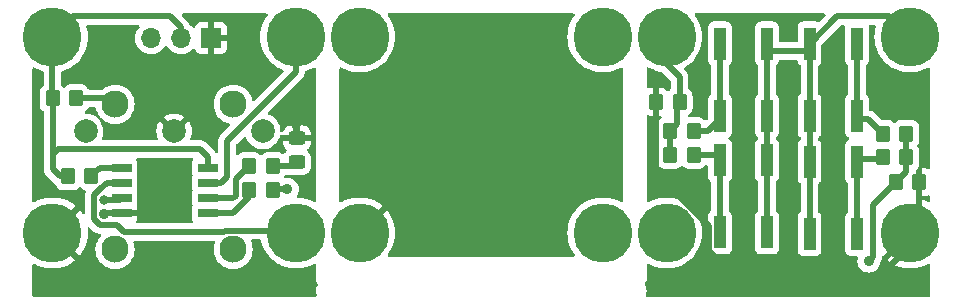
<source format=gbr>
%TF.GenerationSoftware,KiCad,Pcbnew,8.0.4*%
%TF.CreationDate,2024-08-13T21:11:53-04:00*%
%TF.ProjectId,1-inch-midi,312d696e-6368-42d6-9d69-64692e6b6963,rev?*%
%TF.SameCoordinates,Original*%
%TF.FileFunction,Copper,L1,Top*%
%TF.FilePolarity,Positive*%
%FSLAX46Y46*%
G04 Gerber Fmt 4.6, Leading zero omitted, Abs format (unit mm)*
G04 Created by KiCad (PCBNEW 8.0.4) date 2024-08-13 21:11:53*
%MOMM*%
%LPD*%
G01*
G04 APERTURE LIST*
G04 Aperture macros list*
%AMRoundRect*
0 Rectangle with rounded corners*
0 $1 Rounding radius*
0 $2 $3 $4 $5 $6 $7 $8 $9 X,Y pos of 4 corners*
0 Add a 4 corners polygon primitive as box body*
4,1,4,$2,$3,$4,$5,$6,$7,$8,$9,$2,$3,0*
0 Add four circle primitives for the rounded corners*
1,1,$1+$1,$2,$3*
1,1,$1+$1,$4,$5*
1,1,$1+$1,$6,$7*
1,1,$1+$1,$8,$9*
0 Add four rect primitives between the rounded corners*
20,1,$1+$1,$2,$3,$4,$5,0*
20,1,$1+$1,$4,$5,$6,$7,0*
20,1,$1+$1,$6,$7,$8,$9,0*
20,1,$1+$1,$8,$9,$2,$3,0*%
G04 Aperture macros list end*
%TA.AperFunction,SMDPad,CuDef*%
%ADD10R,1.000000X2.750000*%
%TD*%
%TA.AperFunction,ComponentPad*%
%ADD11C,2.900000*%
%TD*%
%TA.AperFunction,ConnectorPad*%
%ADD12C,5.000000*%
%TD*%
%TA.AperFunction,SMDPad,CuDef*%
%ADD13RoundRect,0.250000X0.350000X0.450000X-0.350000X0.450000X-0.350000X-0.450000X0.350000X-0.450000X0*%
%TD*%
%TA.AperFunction,SMDPad,CuDef*%
%ADD14R,1.700000X0.650000*%
%TD*%
%TA.AperFunction,SMDPad,CuDef*%
%ADD15RoundRect,0.250000X-0.350000X-0.450000X0.350000X-0.450000X0.350000X0.450000X-0.350000X0.450000X0*%
%TD*%
%TA.AperFunction,ComponentPad*%
%ADD16R,1.700000X1.700000*%
%TD*%
%TA.AperFunction,ComponentPad*%
%ADD17O,1.700000X1.700000*%
%TD*%
%TA.AperFunction,SMDPad,CuDef*%
%ADD18RoundRect,0.250000X-0.450000X0.325000X-0.450000X-0.325000X0.450000X-0.325000X0.450000X0.325000X0*%
%TD*%
%TA.AperFunction,ComponentPad*%
%ADD19C,2.000000*%
%TD*%
%TA.AperFunction,ComponentPad*%
%ADD20C,2.300000*%
%TD*%
%TA.AperFunction,ViaPad*%
%ADD21C,0.900000*%
%TD*%
%TA.AperFunction,ViaPad*%
%ADD22C,0.800000*%
%TD*%
%TA.AperFunction,Conductor*%
%ADD23C,0.500000*%
%TD*%
G04 APERTURE END LIST*
D10*
%TO.P,SW2,1,1*%
%TO.N,+3V0*%
X183700000Y-97952000D03*
X183700000Y-104048000D03*
%TO.P,SW2,2,2*%
%TO.N,Net-(R3-Pad2)*%
X179700000Y-97952000D03*
X179700000Y-104048000D03*
%TD*%
D11*
%TO.P,H8,1,1*%
%TO.N,unconnected-(H8-Pad1)_1*%
X169800000Y-87500000D03*
D12*
%TO.N,unconnected-(H8-Pad1)_0*%
X169800000Y-87500000D03*
%TD*%
D11*
%TO.P,H7,1,1*%
%TO.N,unconnected-(H7-Pad1)_1*%
X169800000Y-104100000D03*
D12*
%TO.N,unconnected-(H7-Pad1)*%
X169800000Y-104100000D03*
%TD*%
D13*
%TO.P,R5,1*%
%TO.N,SIG2*%
X195500000Y-97700000D03*
%TO.P,R5,2*%
%TO.N,Net-(R5-Pad2)*%
X193500000Y-97700000D03*
%TD*%
D14*
%TO.P,U1,1,~{RESET}/PB5*%
%TO.N,Net-(U1-~{RESET}{slash}PB5)*%
X129050000Y-98595000D03*
%TO.P,U1,2,XTAL1/PB3*%
%TO.N,SIG2*%
X129050000Y-99865000D03*
%TO.P,U1,3,XTAL2/PB4*%
%TO.N,Net-(J2-Pin_3)*%
X129050000Y-101135000D03*
%TO.P,U1,4,GND*%
%TO.N,GND*%
X129050000Y-102405000D03*
%TO.P,U1,5,AREF/PB0*%
%TO.N,Net-(U1-AREF{slash}PB0)*%
X136350000Y-102405000D03*
%TO.P,U1,6,PB1*%
%TO.N,Net-(U1-PB1)*%
X136350000Y-101135000D03*
%TO.P,U1,7,PB2*%
%TO.N,SIG1*%
X136350000Y-99865000D03*
%TO.P,U1,8,VCC*%
%TO.N,+3V0*%
X136350000Y-98595000D03*
%TD*%
D11*
%TO.P,H5,1,1*%
%TO.N,unconnected-(H5-Pad1)_1*%
X149200000Y-87500000D03*
D12*
%TO.N,unconnected-(H5-Pad1)_0*%
X149200000Y-87500000D03*
%TD*%
D13*
%TO.P,R6,1*%
%TO.N,GND*%
X196600000Y-99800000D03*
%TO.P,R6,2*%
%TO.N,SIG2*%
X194600000Y-99800000D03*
%TD*%
%TO.P,R10,1*%
%TO.N,Net-(U1-~{RESET}{slash}PB5)*%
X126500000Y-99300000D03*
%TO.P,R10,2*%
%TO.N,+3V0*%
X124500000Y-99300000D03*
%TD*%
D15*
%TO.P,R7,1*%
%TO.N,GND*%
X174300000Y-93000000D03*
%TO.P,R7,2*%
%TO.N,SIG1*%
X176300000Y-93000000D03*
%TD*%
D13*
%TO.P,R4,1*%
%TO.N,SIG2*%
X195500000Y-95700000D03*
%TO.P,R4,2*%
%TO.N,Net-(R4-Pad2)*%
X193500000Y-95700000D03*
%TD*%
D10*
%TO.P,SW4,1,1*%
%TO.N,+3V0*%
X187300000Y-104168000D03*
X187300000Y-98072000D03*
%TO.P,SW4,2,2*%
%TO.N,Net-(R5-Pad2)*%
X191300000Y-104168000D03*
X191300000Y-98072000D03*
%TD*%
D11*
%TO.P,H11,1,1*%
%TO.N,SIG2*%
X175200000Y-104100000D03*
D12*
X175200000Y-104100000D03*
%TD*%
D15*
%TO.P,R3,1*%
%TO.N,SIG1*%
X175500000Y-97500000D03*
%TO.P,R3,2*%
%TO.N,Net-(R3-Pad2)*%
X177500000Y-97500000D03*
%TD*%
D11*
%TO.P,H2,1,1*%
%TO.N,GND*%
X123200000Y-104100000D03*
D12*
X123200000Y-104100000D03*
%TD*%
D16*
%TO.P,J2,1,Pin_1*%
%TO.N,GND*%
X136640000Y-87600000D03*
D17*
%TO.P,J2,2,Pin_2*%
%TO.N,+3V0*%
X134100000Y-87600000D03*
%TO.P,J2,3,Pin_3*%
%TO.N,Net-(J2-Pin_3)*%
X131560001Y-87600000D03*
%TD*%
D11*
%TO.P,H9,1,1*%
%TO.N,+3V0*%
X195800000Y-87500000D03*
D12*
X195800000Y-87500000D03*
%TD*%
D11*
%TO.P,H10,1,1*%
%TO.N,GND*%
X195800000Y-104100000D03*
D12*
X195800000Y-104100000D03*
%TD*%
D13*
%TO.P,R1,1*%
%TO.N,Net-(D1-A)*%
X141843000Y-98425000D03*
%TO.P,R1,2*%
%TO.N,Net-(U1-PB1)*%
X139843000Y-98425000D03*
%TD*%
D15*
%TO.P,R8,1*%
%TO.N,+3V0*%
X123206000Y-92710000D03*
%TO.P,R8,2*%
%TO.N,Net-(J1-Pad4)*%
X125206000Y-92710000D03*
%TD*%
D18*
%TO.P,D1,1,K*%
%TO.N,GND*%
X143900000Y-96075001D03*
%TO.P,D1,2,A*%
%TO.N,Net-(D1-A)*%
X143900000Y-98124999D03*
%TD*%
D11*
%TO.P,H3,1,1*%
%TO.N,SIG2*%
X143800000Y-104100000D03*
D12*
X143800000Y-104100000D03*
%TD*%
D11*
%TO.P,H1,1,1*%
%TO.N,+3V0*%
X123200000Y-87500000D03*
D12*
X123200000Y-87500000D03*
%TD*%
D15*
%TO.P,R2,1*%
%TO.N,SIG1*%
X175500000Y-95500000D03*
%TO.P,R2,2*%
%TO.N,Net-(R2-Pad2)*%
X177500000Y-95500000D03*
%TD*%
D11*
%TO.P,H4,1,1*%
%TO.N,SIG1*%
X143800000Y-87500000D03*
D12*
X143800000Y-87500000D03*
%TD*%
D10*
%TO.P,SW3,1,1*%
%TO.N,+3V0*%
X187300000Y-94168000D03*
X187300000Y-88072000D03*
%TO.P,SW3,2,2*%
%TO.N,Net-(R4-Pad2)*%
X191300000Y-94168000D03*
X191300000Y-88072000D03*
%TD*%
D13*
%TO.P,R9,1*%
%TO.N,Net-(J1-Pad5)*%
X141843000Y-100457000D03*
%TO.P,R9,2*%
%TO.N,Net-(U1-AREF{slash}PB0)*%
X139843000Y-100457000D03*
%TD*%
D11*
%TO.P,H6,1,1*%
%TO.N,GND*%
X149200000Y-104100000D03*
D12*
X149200000Y-104100000D03*
%TD*%
D10*
%TO.P,SW1,1,1*%
%TO.N,+3V0*%
X183700000Y-88072000D03*
X183700000Y-94168000D03*
%TO.P,SW1,2,2*%
%TO.N,Net-(R2-Pad2)*%
X179700000Y-88072000D03*
X179700000Y-94168000D03*
%TD*%
D11*
%TO.P,H12,1,1*%
%TO.N,SIG1*%
X175200000Y-87500000D03*
D12*
X175200000Y-87500000D03*
%TD*%
D19*
%TO.P,J1,1*%
%TO.N,unconnected-(J1-Pad1)*%
X126000000Y-95500000D03*
%TO.P,J1,2*%
%TO.N,GND*%
X133500000Y-95500000D03*
%TO.P,J1,3*%
%TO.N,unconnected-(J1-Pad3)*%
X141000000Y-95500000D03*
D20*
%TO.P,J1,4*%
%TO.N,Net-(J1-Pad4)*%
X128500000Y-93200000D03*
%TO.P,J1,5*%
%TO.N,Net-(J1-Pad5)*%
X138500000Y-93200000D03*
%TO.P,J1,6*%
%TO.N,N/C*%
X128500000Y-105500000D03*
%TO.P,J1,7*%
X138500000Y-105500000D03*
%TD*%
D21*
%TO.N,GND*%
X143800000Y-94900000D03*
X127600000Y-102500000D03*
%TO.N,SIG2*%
X192300000Y-106500000D03*
%TO.N,Net-(J1-Pad5)*%
X143100000Y-100400000D03*
D22*
%TO.N,Net-(J2-Pin_3)*%
X127600000Y-101300000D03*
%TD*%
D23*
%TO.N,GND*%
X174300000Y-99028069D02*
X178750000Y-103478069D01*
X174300000Y-93000000D02*
X174300000Y-99028069D01*
X178750000Y-105650000D02*
X181000000Y-107900000D01*
X196600000Y-102073266D02*
X196502008Y-102171258D01*
X143800000Y-95975001D02*
X143900000Y-96075001D01*
X194814943Y-106028743D02*
X193871257Y-105085057D01*
X194814943Y-106185057D02*
X194814943Y-106028743D01*
X178750000Y-103478069D02*
X178750000Y-105650000D01*
X193871257Y-105085057D02*
X193871257Y-104802006D01*
X196600000Y-99800000D02*
X196600000Y-102073266D01*
X143800000Y-94900000D02*
X143800000Y-95975001D01*
X129050000Y-102405000D02*
X127695000Y-102405000D01*
X193100000Y-107900000D02*
X194814943Y-106185057D01*
X127695000Y-102405000D02*
X127600000Y-102500000D01*
X181000000Y-107900000D02*
X193100000Y-107900000D01*
%TO.N,Net-(D1-A)*%
X141843000Y-98425000D02*
X143599999Y-98425000D01*
X143599999Y-98425000D02*
X143900000Y-98124999D01*
%TO.N,+3V0*%
X134100000Y-86700000D02*
X134100000Y-87600000D01*
X183700000Y-88720000D02*
X187300000Y-88720000D01*
X123206000Y-98706000D02*
X123800000Y-99300000D01*
X123206000Y-97506000D02*
X123206000Y-98706000D01*
X187300000Y-97800000D02*
X187300000Y-103560000D01*
X123200000Y-87500000D02*
X123200000Y-92704000D01*
X187300000Y-97800000D02*
X187300000Y-94480000D01*
X123200000Y-87500000D02*
X124950000Y-85750000D01*
X135700000Y-97000000D02*
X136350000Y-97650000D01*
X123200000Y-92704000D02*
X123206000Y-92710000D01*
X123800000Y-99300000D02*
X124500000Y-99300000D01*
X136350000Y-97650000D02*
X136350000Y-98595000D01*
X187300000Y-88100000D02*
X189650000Y-85750000D01*
X133150000Y-85750000D02*
X134100000Y-86700000D01*
X187300000Y-94480000D02*
X187300000Y-88720000D01*
X183700000Y-94480000D02*
X183700000Y-97800000D01*
X187300000Y-88720000D02*
X187300000Y-88100000D01*
X123712000Y-97000000D02*
X135700000Y-97000000D01*
X189650000Y-85750000D02*
X194050000Y-85750000D01*
X123206000Y-97506000D02*
X123712000Y-97000000D01*
X183700000Y-97800000D02*
X183700000Y-103560000D01*
X194050000Y-85750000D02*
X195800000Y-87500000D01*
X124950000Y-85750000D02*
X133150000Y-85750000D01*
X183700000Y-88720000D02*
X183700000Y-94480000D01*
X123206000Y-92710000D02*
X123206000Y-97506000D01*
%TO.N,SIG2*%
X137837258Y-103900000D02*
X143600000Y-103900000D01*
X126700000Y-102900000D02*
X127200000Y-103400000D01*
X127227207Y-100400000D02*
X126700000Y-100927207D01*
X128662742Y-103400000D02*
X129262742Y-104000000D01*
X192700000Y-106100000D02*
X192300000Y-106500000D01*
X143600000Y-103900000D02*
X143800000Y-104100000D01*
X194600000Y-99800000D02*
X192700000Y-101700000D01*
X195500000Y-95700000D02*
X195500000Y-97700000D01*
X126700000Y-100927207D02*
X126700000Y-102900000D01*
X195500000Y-98900000D02*
X194600000Y-99800000D01*
X129262742Y-104000000D02*
X137737258Y-104000000D01*
X127783439Y-99865000D02*
X127248439Y-100400000D01*
X127200000Y-103400000D02*
X128662742Y-103400000D01*
X192700000Y-101700000D02*
X192700000Y-106100000D01*
X127248439Y-100400000D02*
X127227207Y-100400000D01*
X137737258Y-104000000D02*
X137837258Y-103900000D01*
X195500000Y-97700000D02*
X195500000Y-98900000D01*
X129050000Y-99865000D02*
X127783439Y-99865000D01*
%TO.N,SIG1*%
X137455000Y-99865000D02*
X138000000Y-99320000D01*
X175500000Y-97500000D02*
X175500000Y-95500000D01*
X175200000Y-87500000D02*
X175200000Y-89800000D01*
X176100000Y-94900000D02*
X175500000Y-95500000D01*
X138000000Y-96300000D02*
X143800000Y-90500000D01*
X176300000Y-90900000D02*
X176300000Y-93000000D01*
X176300000Y-93000000D02*
X176100000Y-93200000D01*
X176100000Y-93200000D02*
X176100000Y-94900000D01*
X136350000Y-99865000D02*
X137455000Y-99865000D01*
X175200000Y-89800000D02*
X176300000Y-90900000D01*
X143800000Y-90500000D02*
X143800000Y-87500000D01*
X175500000Y-95500000D02*
X175200000Y-95200000D01*
X138000000Y-99320000D02*
X138000000Y-96300000D01*
%TO.N,Net-(J1-Pad5)*%
X141900000Y-100400000D02*
X141843000Y-100457000D01*
X143100000Y-100400000D02*
X141900000Y-100400000D01*
%TO.N,Net-(J1-Pad4)*%
X125206000Y-92710000D02*
X128010000Y-92710000D01*
X128010000Y-92710000D02*
X128500000Y-93200000D01*
%TO.N,Net-(J2-Pin_3)*%
X128885000Y-101300000D02*
X129050000Y-101135000D01*
X127600000Y-101300000D02*
X128885000Y-101300000D01*
%TO.N,Net-(U1-PB1)*%
X138524000Y-101135000D02*
X138700000Y-100959000D01*
X138700000Y-99568000D02*
X139843000Y-98425000D01*
X138700000Y-100959000D02*
X138700000Y-99568000D01*
X136350000Y-101135000D02*
X138524000Y-101135000D01*
%TO.N,Net-(R2-Pad2)*%
X178680000Y-95500000D02*
X179700000Y-94480000D01*
X177500000Y-95500000D02*
X178680000Y-95500000D01*
X179700000Y-94480000D02*
X179700000Y-88720000D01*
%TO.N,Net-(R3-Pad2)*%
X179400000Y-97500000D02*
X179700000Y-97800000D01*
X179700000Y-97800000D02*
X179700000Y-103560000D01*
X177500000Y-97500000D02*
X179400000Y-97500000D01*
%TO.N,Net-(R4-Pad2)*%
X191300000Y-94480000D02*
X192280000Y-94480000D01*
X192280000Y-94480000D02*
X193500000Y-95700000D01*
X191300000Y-88720000D02*
X191300000Y-94480000D01*
%TO.N,Net-(R5-Pad2)*%
X191300000Y-103560000D02*
X191300000Y-97800000D01*
X191300000Y-97800000D02*
X193400000Y-97800000D01*
X193400000Y-97800000D02*
X193500000Y-97700000D01*
%TO.N,Net-(U1-AREF{slash}PB0)*%
X139843000Y-101086000D02*
X139843000Y-100457000D01*
X138524000Y-102405000D02*
X139843000Y-101086000D01*
X136350000Y-102405000D02*
X138524000Y-102405000D01*
%TO.N,Net-(U1-~{RESET}{slash}PB5)*%
X126500000Y-99300000D02*
X127205000Y-98595000D01*
X127205000Y-98595000D02*
X129050000Y-98595000D01*
%TD*%
%TA.AperFunction,Conductor*%
%TO.N,GND*%
G36*
X126384255Y-103647094D02*
G01*
X126396320Y-103657689D01*
X126721581Y-103982950D01*
X126721584Y-103982952D01*
X126784284Y-104024846D01*
X126844505Y-104065084D01*
X126981087Y-104121658D01*
X126981091Y-104121658D01*
X126981092Y-104121659D01*
X127126079Y-104150500D01*
X127126082Y-104150500D01*
X127126083Y-104150500D01*
X127213054Y-104150500D01*
X127280093Y-104170185D01*
X127325848Y-104222989D01*
X127335792Y-104292147D01*
X127307344Y-104355029D01*
X127275164Y-104392709D01*
X127160588Y-104526859D01*
X127024843Y-104748376D01*
X126925427Y-104988389D01*
X126864778Y-105241009D01*
X126844396Y-105500000D01*
X126864778Y-105758990D01*
X126925427Y-106011610D01*
X127024843Y-106251623D01*
X127024845Y-106251627D01*
X127024846Y-106251628D01*
X127160588Y-106473140D01*
X127329311Y-106670689D01*
X127526860Y-106839412D01*
X127748372Y-106975154D01*
X127748374Y-106975154D01*
X127748376Y-106975156D01*
X127809693Y-107000554D01*
X127988390Y-107074573D01*
X128241006Y-107135221D01*
X128500000Y-107155604D01*
X128758994Y-107135221D01*
X129011610Y-107074573D01*
X129251628Y-106975154D01*
X129473140Y-106839412D01*
X129670689Y-106670689D01*
X129839412Y-106473140D01*
X129975154Y-106251628D01*
X130074573Y-106011610D01*
X130135221Y-105758994D01*
X130155604Y-105500000D01*
X130135221Y-105241006D01*
X130074573Y-104988390D01*
X130047052Y-104921950D01*
X130039584Y-104852484D01*
X130070859Y-104790005D01*
X130130947Y-104754352D01*
X130161614Y-104750500D01*
X136838386Y-104750500D01*
X136905425Y-104770185D01*
X136951180Y-104822989D01*
X136961124Y-104892147D01*
X136952948Y-104921948D01*
X136935768Y-104963424D01*
X136925427Y-104988389D01*
X136864778Y-105241009D01*
X136844396Y-105500000D01*
X136864778Y-105758990D01*
X136925427Y-106011610D01*
X137024843Y-106251623D01*
X137024845Y-106251627D01*
X137024846Y-106251628D01*
X137160588Y-106473140D01*
X137329311Y-106670689D01*
X137526860Y-106839412D01*
X137748372Y-106975154D01*
X137748374Y-106975154D01*
X137748376Y-106975156D01*
X137809693Y-107000554D01*
X137988390Y-107074573D01*
X138241006Y-107135221D01*
X138500000Y-107155604D01*
X138758994Y-107135221D01*
X139011610Y-107074573D01*
X139251628Y-106975154D01*
X139473140Y-106839412D01*
X139670689Y-106670689D01*
X139839412Y-106473140D01*
X139975154Y-106251628D01*
X140074573Y-106011610D01*
X140135221Y-105758994D01*
X140155604Y-105500000D01*
X140135221Y-105241006D01*
X140074573Y-104988390D01*
X140005631Y-104821951D01*
X139998163Y-104752484D01*
X140029438Y-104690004D01*
X140089527Y-104654352D01*
X140120193Y-104650500D01*
X140746232Y-104650500D01*
X140813271Y-104670185D01*
X140859026Y-104722989D01*
X140868348Y-104752968D01*
X140875428Y-104793127D01*
X140875431Y-104793137D01*
X140975674Y-105127972D01*
X141114107Y-105448895D01*
X141114113Y-105448908D01*
X141288870Y-105751597D01*
X141497584Y-106031949D01*
X141497589Y-106031955D01*
X141594335Y-106134499D01*
X141737442Y-106286183D01*
X141881205Y-106406814D01*
X142005186Y-106510847D01*
X142005194Y-106510853D01*
X142297203Y-106702911D01*
X142364024Y-106736470D01*
X142609549Y-106859777D01*
X142937989Y-106979319D01*
X143278086Y-107059923D01*
X143625241Y-107100500D01*
X143625248Y-107100500D01*
X143974752Y-107100500D01*
X143974759Y-107100500D01*
X144321914Y-107059923D01*
X144662011Y-106979319D01*
X144990451Y-106859777D01*
X145302793Y-106702913D01*
X145307359Y-106699910D01*
X145374186Y-106679516D01*
X145441430Y-106698489D01*
X145487742Y-106750805D01*
X145499500Y-106803509D01*
X145499500Y-108065891D01*
X145533608Y-108193187D01*
X145566554Y-108250250D01*
X145599500Y-108307314D01*
X145599502Y-108307316D01*
X145623289Y-108331103D01*
X145656774Y-108392426D01*
X145651790Y-108462118D01*
X145644967Y-108477236D01*
X145571188Y-108615268D01*
X145513975Y-108803870D01*
X145494659Y-109000000D01*
X145513975Y-109196130D01*
X145557468Y-109339505D01*
X145558091Y-109409372D01*
X145520843Y-109468484D01*
X145457549Y-109498075D01*
X145438807Y-109499500D01*
X121624500Y-109499500D01*
X121557461Y-109479815D01*
X121511706Y-109427011D01*
X121500500Y-109375500D01*
X121500500Y-106802910D01*
X121520185Y-106735871D01*
X121572989Y-106690116D01*
X121642147Y-106680172D01*
X121692641Y-106699310D01*
X121697463Y-106702482D01*
X122009739Y-106859314D01*
X122009745Y-106859316D01*
X122338130Y-106978838D01*
X122338133Y-106978839D01*
X122678171Y-107059429D01*
X123025276Y-107099999D01*
X123025277Y-107100000D01*
X123374723Y-107100000D01*
X123374723Y-107099999D01*
X123721827Y-107059429D01*
X123721829Y-107059429D01*
X124061866Y-106978839D01*
X124061869Y-106978838D01*
X124390254Y-106859316D01*
X124390260Y-106859314D01*
X124702538Y-106702480D01*
X124994509Y-106510449D01*
X124994510Y-106510448D01*
X125137179Y-106390734D01*
X125137180Y-106390733D01*
X124381669Y-105635222D01*
X124348184Y-105573899D01*
X124353168Y-105504207D01*
X124385009Y-105456642D01*
X124393345Y-105448908D01*
X124523561Y-105328085D01*
X124551549Y-105292988D01*
X124608734Y-105252850D01*
X124678545Y-105250000D01*
X124736175Y-105282622D01*
X125493850Y-106040297D01*
X125493851Y-106040296D01*
X125502022Y-106031636D01*
X125502033Y-106031623D01*
X125710710Y-105751322D01*
X125885438Y-105448683D01*
X125885444Y-105448670D01*
X126023854Y-105127800D01*
X126124083Y-104793011D01*
X126124085Y-104793002D01*
X126184763Y-104448880D01*
X126184764Y-104448869D01*
X126205084Y-104100003D01*
X126205084Y-104099996D01*
X126184849Y-103752580D01*
X126200602Y-103684509D01*
X126250656Y-103635762D01*
X126319120Y-103621814D01*
X126384255Y-103647094D01*
G37*
%TD.AperFunction*%
%TA.AperFunction,Conductor*%
G36*
X188605809Y-85520185D02*
G01*
X188651564Y-85572989D01*
X188661508Y-85642147D01*
X188632483Y-85705703D01*
X188626451Y-85712181D01*
X188130069Y-86208561D01*
X188068746Y-86242046D01*
X187999056Y-86237062D01*
X187907485Y-86202909D01*
X187907483Y-86202908D01*
X187847883Y-86196501D01*
X187847881Y-86196500D01*
X187847873Y-86196500D01*
X187847864Y-86196500D01*
X186752129Y-86196500D01*
X186752123Y-86196501D01*
X186692516Y-86202908D01*
X186557671Y-86253202D01*
X186557664Y-86253206D01*
X186442455Y-86339452D01*
X186442452Y-86339455D01*
X186356206Y-86454664D01*
X186356202Y-86454671D01*
X186305908Y-86589517D01*
X186299501Y-86649116D01*
X186299501Y-86649123D01*
X186299500Y-86649135D01*
X186299500Y-87845500D01*
X186279815Y-87912539D01*
X186227011Y-87958294D01*
X186175500Y-87969500D01*
X184824499Y-87969500D01*
X184757460Y-87949815D01*
X184711705Y-87897011D01*
X184700499Y-87845500D01*
X184700499Y-86649129D01*
X184700498Y-86649123D01*
X184700497Y-86649116D01*
X184694091Y-86589517D01*
X184687926Y-86572989D01*
X184643797Y-86454671D01*
X184643793Y-86454664D01*
X184557547Y-86339455D01*
X184557544Y-86339452D01*
X184442335Y-86253206D01*
X184442328Y-86253202D01*
X184307482Y-86202908D01*
X184307483Y-86202908D01*
X184247883Y-86196501D01*
X184247881Y-86196500D01*
X184247873Y-86196500D01*
X184247864Y-86196500D01*
X183152129Y-86196500D01*
X183152123Y-86196501D01*
X183092516Y-86202908D01*
X182957671Y-86253202D01*
X182957664Y-86253206D01*
X182842455Y-86339452D01*
X182842452Y-86339455D01*
X182756206Y-86454664D01*
X182756202Y-86454671D01*
X182705908Y-86589517D01*
X182699501Y-86649116D01*
X182699501Y-86649123D01*
X182699500Y-86649135D01*
X182699500Y-89494870D01*
X182699501Y-89494876D01*
X182705908Y-89554483D01*
X182756202Y-89689328D01*
X182756203Y-89689329D01*
X182756204Y-89689331D01*
X182842452Y-89804543D01*
X182842455Y-89804547D01*
X182899810Y-89847482D01*
X182941682Y-89903415D01*
X182949500Y-89946749D01*
X182949500Y-92293249D01*
X182929815Y-92360288D01*
X182899812Y-92392515D01*
X182842457Y-92435451D01*
X182842451Y-92435457D01*
X182756206Y-92550664D01*
X182756202Y-92550671D01*
X182705908Y-92685517D01*
X182699501Y-92745116D01*
X182699501Y-92745123D01*
X182699500Y-92745135D01*
X182699500Y-95590870D01*
X182699501Y-95590876D01*
X182705908Y-95650483D01*
X182756202Y-95785328D01*
X182756203Y-95785329D01*
X182756204Y-95785331D01*
X182808728Y-95855494D01*
X182842452Y-95900543D01*
X182842455Y-95900547D01*
X182899810Y-95943482D01*
X182941682Y-95999415D01*
X182949500Y-96042749D01*
X182949500Y-96077249D01*
X182929815Y-96144288D01*
X182899812Y-96176515D01*
X182842457Y-96219451D01*
X182842451Y-96219457D01*
X182756206Y-96334664D01*
X182756202Y-96334671D01*
X182705908Y-96469517D01*
X182699860Y-96525776D01*
X182699501Y-96529123D01*
X182699500Y-96529135D01*
X182699500Y-99374870D01*
X182699501Y-99374876D01*
X182705908Y-99434483D01*
X182756202Y-99569328D01*
X182756203Y-99569329D01*
X182756204Y-99569331D01*
X182842452Y-99684543D01*
X182842455Y-99684547D01*
X182848846Y-99689331D01*
X182896017Y-99724643D01*
X182899810Y-99727482D01*
X182941682Y-99783415D01*
X182949500Y-99826749D01*
X182949500Y-102173249D01*
X182929815Y-102240288D01*
X182899812Y-102272515D01*
X182842457Y-102315451D01*
X182842451Y-102315457D01*
X182756206Y-102430664D01*
X182756202Y-102430671D01*
X182705908Y-102565517D01*
X182700750Y-102613499D01*
X182699501Y-102625123D01*
X182699500Y-102625135D01*
X182699500Y-105470870D01*
X182699501Y-105470876D01*
X182705908Y-105530483D01*
X182756202Y-105665328D01*
X182756206Y-105665335D01*
X182842452Y-105780544D01*
X182842455Y-105780547D01*
X182957664Y-105866793D01*
X182957671Y-105866797D01*
X183092517Y-105917091D01*
X183092516Y-105917091D01*
X183099444Y-105917835D01*
X183152127Y-105923500D01*
X184247872Y-105923499D01*
X184307483Y-105917091D01*
X184442331Y-105866796D01*
X184557546Y-105780546D01*
X184643796Y-105665331D01*
X184694091Y-105530483D01*
X184700500Y-105470873D01*
X184700499Y-102625128D01*
X184694091Y-102565517D01*
X184688551Y-102550664D01*
X184643797Y-102430671D01*
X184643793Y-102430664D01*
X184557548Y-102315457D01*
X184557546Y-102315454D01*
X184557542Y-102315451D01*
X184500188Y-102272515D01*
X184458318Y-102216581D01*
X184450500Y-102173249D01*
X184450500Y-99826749D01*
X184470185Y-99759710D01*
X184500190Y-99727482D01*
X184557546Y-99684546D01*
X184643796Y-99569331D01*
X184694091Y-99434483D01*
X184700500Y-99374873D01*
X184700499Y-96529128D01*
X184694091Y-96469517D01*
X184694023Y-96469336D01*
X184643797Y-96334671D01*
X184643793Y-96334664D01*
X184578987Y-96248095D01*
X184557546Y-96219454D01*
X184531587Y-96200021D01*
X184500188Y-96176515D01*
X184458318Y-96120581D01*
X184450500Y-96077249D01*
X184450500Y-96042749D01*
X184470185Y-95975710D01*
X184500190Y-95943482D01*
X184539095Y-95914358D01*
X184557546Y-95900546D01*
X184643796Y-95785331D01*
X184694091Y-95650483D01*
X184700500Y-95590873D01*
X184700499Y-92745128D01*
X184694091Y-92685517D01*
X184643796Y-92550669D01*
X184643795Y-92550668D01*
X184643793Y-92550664D01*
X184557548Y-92435457D01*
X184557546Y-92435454D01*
X184506446Y-92397200D01*
X184500188Y-92392515D01*
X184458318Y-92336581D01*
X184450500Y-92293249D01*
X184450500Y-89946749D01*
X184470185Y-89879710D01*
X184500190Y-89847482D01*
X184557546Y-89804546D01*
X184643796Y-89689331D01*
X184694091Y-89554483D01*
X184694090Y-89554483D01*
X184695328Y-89551167D01*
X184737199Y-89495233D01*
X184802663Y-89470816D01*
X184811510Y-89470500D01*
X186188490Y-89470500D01*
X186255529Y-89490185D01*
X186301284Y-89542989D01*
X186304672Y-89551167D01*
X186356202Y-89689328D01*
X186356203Y-89689329D01*
X186356204Y-89689331D01*
X186442452Y-89804543D01*
X186442455Y-89804547D01*
X186499810Y-89847482D01*
X186541682Y-89903415D01*
X186549500Y-89946749D01*
X186549500Y-92293249D01*
X186529815Y-92360288D01*
X186499812Y-92392515D01*
X186442457Y-92435451D01*
X186442451Y-92435457D01*
X186356206Y-92550664D01*
X186356202Y-92550671D01*
X186305908Y-92685517D01*
X186299501Y-92745116D01*
X186299501Y-92745123D01*
X186299500Y-92745135D01*
X186299500Y-95590870D01*
X186299501Y-95590876D01*
X186305908Y-95650483D01*
X186356202Y-95785328D01*
X186356203Y-95785329D01*
X186356204Y-95785331D01*
X186408728Y-95855494D01*
X186442452Y-95900543D01*
X186442455Y-95900547D01*
X186499810Y-95943482D01*
X186541682Y-95999415D01*
X186549500Y-96042749D01*
X186549500Y-96197249D01*
X186529815Y-96264288D01*
X186499812Y-96296515D01*
X186442457Y-96339451D01*
X186442451Y-96339457D01*
X186356206Y-96454664D01*
X186356202Y-96454671D01*
X186305908Y-96589517D01*
X186300107Y-96643478D01*
X186299501Y-96649123D01*
X186299500Y-96649135D01*
X186299500Y-99494870D01*
X186299501Y-99494876D01*
X186305908Y-99554483D01*
X186356202Y-99689328D01*
X186356203Y-99689329D01*
X186356204Y-99689331D01*
X186429895Y-99787769D01*
X186442452Y-99804543D01*
X186442455Y-99804547D01*
X186499810Y-99847482D01*
X186541682Y-99903415D01*
X186549500Y-99946749D01*
X186549500Y-102293249D01*
X186529815Y-102360288D01*
X186499812Y-102392515D01*
X186442457Y-102435451D01*
X186442451Y-102435457D01*
X186356206Y-102550664D01*
X186356202Y-102550671D01*
X186305908Y-102685517D01*
X186300598Y-102734916D01*
X186299501Y-102745123D01*
X186299500Y-102745135D01*
X186299500Y-105590870D01*
X186299501Y-105590876D01*
X186305908Y-105650483D01*
X186356202Y-105785328D01*
X186356206Y-105785335D01*
X186442452Y-105900544D01*
X186442455Y-105900547D01*
X186557664Y-105986793D01*
X186557671Y-105986797D01*
X186692517Y-106037091D01*
X186692516Y-106037091D01*
X186699444Y-106037835D01*
X186752127Y-106043500D01*
X187847872Y-106043499D01*
X187907483Y-106037091D01*
X188042331Y-105986796D01*
X188157546Y-105900546D01*
X188243796Y-105785331D01*
X188294091Y-105650483D01*
X188300500Y-105590873D01*
X188300499Y-102745128D01*
X188294091Y-102685517D01*
X188271567Y-102625128D01*
X188243797Y-102550671D01*
X188243793Y-102550664D01*
X188157548Y-102435457D01*
X188157546Y-102435454D01*
X188151154Y-102430669D01*
X188100188Y-102392515D01*
X188058318Y-102336581D01*
X188050500Y-102293249D01*
X188050500Y-99946749D01*
X188070185Y-99879710D01*
X188100190Y-99847482D01*
X188127886Y-99826749D01*
X188157546Y-99804546D01*
X188243796Y-99689331D01*
X188294091Y-99554483D01*
X188300500Y-99494873D01*
X188300499Y-96649128D01*
X188294091Y-96589517D01*
X188281787Y-96556529D01*
X188243797Y-96454671D01*
X188243793Y-96454664D01*
X188157548Y-96339457D01*
X188157546Y-96339454D01*
X188151154Y-96334669D01*
X188100188Y-96296515D01*
X188058318Y-96240581D01*
X188050500Y-96197249D01*
X188050500Y-96042749D01*
X188070185Y-95975710D01*
X188100190Y-95943482D01*
X188139095Y-95914358D01*
X188157546Y-95900546D01*
X188243796Y-95785331D01*
X188294091Y-95650483D01*
X188300500Y-95590873D01*
X188300499Y-92745128D01*
X188294091Y-92685517D01*
X188243796Y-92550669D01*
X188243795Y-92550668D01*
X188243793Y-92550664D01*
X188157548Y-92435457D01*
X188157546Y-92435454D01*
X188106446Y-92397200D01*
X188100188Y-92392515D01*
X188058318Y-92336581D01*
X188050500Y-92293249D01*
X188050500Y-89946749D01*
X188070185Y-89879710D01*
X188100190Y-89847482D01*
X188157546Y-89804546D01*
X188243796Y-89689331D01*
X188294091Y-89554483D01*
X188300500Y-89494873D01*
X188300499Y-88212228D01*
X188320184Y-88145190D01*
X188336813Y-88124553D01*
X189924549Y-86536819D01*
X189985872Y-86503334D01*
X190012230Y-86500500D01*
X190177434Y-86500500D01*
X190244473Y-86520185D01*
X190290228Y-86572989D01*
X190300722Y-86637756D01*
X190300200Y-86642620D01*
X190299500Y-86649126D01*
X190299500Y-89494870D01*
X190299501Y-89494876D01*
X190305908Y-89554483D01*
X190356202Y-89689328D01*
X190356203Y-89689329D01*
X190356204Y-89689331D01*
X190442452Y-89804543D01*
X190442455Y-89804547D01*
X190499810Y-89847482D01*
X190541682Y-89903415D01*
X190549500Y-89946749D01*
X190549500Y-92293249D01*
X190529815Y-92360288D01*
X190499812Y-92392515D01*
X190442457Y-92435451D01*
X190442451Y-92435457D01*
X190356206Y-92550664D01*
X190356202Y-92550671D01*
X190305908Y-92685517D01*
X190299501Y-92745116D01*
X190299501Y-92745123D01*
X190299500Y-92745135D01*
X190299500Y-95590870D01*
X190299501Y-95590876D01*
X190305908Y-95650483D01*
X190356202Y-95785328D01*
X190356206Y-95785335D01*
X190442452Y-95900544D01*
X190442455Y-95900547D01*
X190557664Y-95986793D01*
X190557671Y-95986797D01*
X190603306Y-96003818D01*
X190659240Y-96045689D01*
X190683657Y-96111154D01*
X190668805Y-96179427D01*
X190619400Y-96228832D01*
X190603306Y-96236182D01*
X190557671Y-96253202D01*
X190557664Y-96253206D01*
X190442455Y-96339452D01*
X190442452Y-96339455D01*
X190356206Y-96454664D01*
X190356202Y-96454671D01*
X190305908Y-96589517D01*
X190300107Y-96643478D01*
X190299501Y-96649123D01*
X190299500Y-96649135D01*
X190299500Y-99494870D01*
X190299501Y-99494876D01*
X190305908Y-99554483D01*
X190356202Y-99689328D01*
X190356203Y-99689329D01*
X190356204Y-99689331D01*
X190429895Y-99787769D01*
X190442452Y-99804543D01*
X190442455Y-99804547D01*
X190499810Y-99847482D01*
X190541682Y-99903415D01*
X190549500Y-99946749D01*
X190549500Y-102293249D01*
X190529815Y-102360288D01*
X190499812Y-102392515D01*
X190442457Y-102435451D01*
X190442451Y-102435457D01*
X190356206Y-102550664D01*
X190356202Y-102550671D01*
X190305908Y-102685517D01*
X190300598Y-102734916D01*
X190299501Y-102745123D01*
X190299500Y-102745135D01*
X190299500Y-105590870D01*
X190299501Y-105590876D01*
X190305908Y-105650483D01*
X190356202Y-105785328D01*
X190356206Y-105785335D01*
X190442452Y-105900544D01*
X190442455Y-105900547D01*
X190557664Y-105986793D01*
X190557671Y-105986797D01*
X190602618Y-106003561D01*
X190692517Y-106037091D01*
X190752127Y-106043500D01*
X191278013Y-106043499D01*
X191345052Y-106063183D01*
X191390807Y-106115987D01*
X191400751Y-106185146D01*
X191396674Y-106203494D01*
X191363252Y-106313670D01*
X191344901Y-106500000D01*
X191363252Y-106686331D01*
X191363253Y-106686333D01*
X191417604Y-106865502D01*
X191505862Y-107030623D01*
X191505864Y-107030626D01*
X191624642Y-107175357D01*
X191769373Y-107294135D01*
X191769376Y-107294137D01*
X191934497Y-107382395D01*
X191934499Y-107382396D01*
X192113666Y-107436746D01*
X192113668Y-107436747D01*
X192130374Y-107438392D01*
X192300000Y-107455099D01*
X192486331Y-107436747D01*
X192665501Y-107382396D01*
X192830625Y-107294136D01*
X192975357Y-107175357D01*
X193094136Y-107030625D01*
X193182396Y-106865501D01*
X193236747Y-106686331D01*
X193239140Y-106662032D01*
X193265300Y-106597246D01*
X193274856Y-106586510D01*
X193282951Y-106578416D01*
X193365084Y-106455495D01*
X193421658Y-106318913D01*
X193444617Y-106203494D01*
X193450500Y-106173920D01*
X193450500Y-106147307D01*
X193470185Y-106080268D01*
X193486819Y-106059626D01*
X194263823Y-105282621D01*
X194325146Y-105249136D01*
X194394837Y-105254120D01*
X194448450Y-105292988D01*
X194464014Y-105312505D01*
X194476442Y-105328089D01*
X194577849Y-105422180D01*
X194606655Y-105448908D01*
X194614990Y-105456641D01*
X194650745Y-105516669D01*
X194648370Y-105586499D01*
X194618330Y-105635221D01*
X193862818Y-106390732D01*
X193862819Y-106390734D01*
X194005484Y-106510445D01*
X194297461Y-106702480D01*
X194609739Y-106859314D01*
X194609745Y-106859316D01*
X194938130Y-106978838D01*
X194938133Y-106978839D01*
X195278171Y-107059429D01*
X195625276Y-107099999D01*
X195625277Y-107100000D01*
X195974723Y-107100000D01*
X195974723Y-107099999D01*
X196321827Y-107059429D01*
X196321829Y-107059429D01*
X196661866Y-106978839D01*
X196661869Y-106978838D01*
X196990254Y-106859316D01*
X196990260Y-106859314D01*
X197302536Y-106702482D01*
X197307359Y-106699310D01*
X197374187Y-106678917D01*
X197441431Y-106697890D01*
X197487742Y-106750207D01*
X197499500Y-106802910D01*
X197499500Y-109375500D01*
X197479815Y-109442539D01*
X197427011Y-109488294D01*
X197375500Y-109499500D01*
X173561193Y-109499500D01*
X173494154Y-109479815D01*
X173448399Y-109427011D01*
X173438455Y-109357853D01*
X173442532Y-109339505D01*
X173486024Y-109196132D01*
X173505341Y-109000000D01*
X173486024Y-108803868D01*
X173428814Y-108615273D01*
X173428811Y-108615269D01*
X173428811Y-108615266D01*
X173355033Y-108477237D01*
X173340791Y-108408834D01*
X173365791Y-108343590D01*
X173376697Y-108331116D01*
X173400500Y-108307314D01*
X173466392Y-108193186D01*
X173500500Y-108065892D01*
X173500500Y-106803509D01*
X173520185Y-106736470D01*
X173572989Y-106690715D01*
X173642147Y-106680771D01*
X173692641Y-106699910D01*
X173697207Y-106702913D01*
X174009549Y-106859777D01*
X174337989Y-106979319D01*
X174678086Y-107059923D01*
X175025241Y-107100500D01*
X175025248Y-107100500D01*
X175374752Y-107100500D01*
X175374759Y-107100500D01*
X175721914Y-107059923D01*
X176062011Y-106979319D01*
X176390451Y-106859777D01*
X176702793Y-106702913D01*
X176994811Y-106510849D01*
X177262558Y-106286183D01*
X177502412Y-106031953D01*
X177711130Y-105751596D01*
X177885889Y-105448904D01*
X178024326Y-105127971D01*
X178124569Y-104793136D01*
X178131269Y-104755143D01*
X178185260Y-104448938D01*
X178185259Y-104448938D01*
X178185262Y-104448927D01*
X178202644Y-104150500D01*
X178205585Y-104100003D01*
X178205585Y-104099996D01*
X178199855Y-104001623D01*
X178185262Y-103751073D01*
X178164930Y-103635762D01*
X178124571Y-103406872D01*
X178124569Y-103406865D01*
X178116052Y-103378416D01*
X178024326Y-103072029D01*
X177885889Y-102751096D01*
X177755641Y-102525500D01*
X177711129Y-102448402D01*
X177502415Y-102168050D01*
X177502410Y-102168044D01*
X177318042Y-101972627D01*
X177262558Y-101913817D01*
X177091163Y-101770000D01*
X176994813Y-101689152D01*
X176994805Y-101689146D01*
X176702796Y-101497088D01*
X176390458Y-101340226D01*
X176390452Y-101340223D01*
X176062012Y-101220681D01*
X176062009Y-101220680D01*
X175721915Y-101140077D01*
X175668434Y-101133826D01*
X175374759Y-101099500D01*
X175025241Y-101099500D01*
X174731566Y-101133826D01*
X174678085Y-101140077D01*
X174678083Y-101140077D01*
X174337990Y-101220680D01*
X174337987Y-101220681D01*
X174009547Y-101340223D01*
X174009541Y-101340226D01*
X173697204Y-101497088D01*
X173692632Y-101500095D01*
X173625803Y-101520483D01*
X173558560Y-101501504D01*
X173512253Y-101449184D01*
X173500500Y-101396490D01*
X173500500Y-94262874D01*
X173520185Y-94195835D01*
X173572989Y-94150080D01*
X173642147Y-94140136D01*
X173663504Y-94145168D01*
X173797302Y-94189505D01*
X173797309Y-94189506D01*
X173900019Y-94199999D01*
X174049999Y-94199999D01*
X174050000Y-94199998D01*
X174050000Y-91800000D01*
X173900027Y-91800000D01*
X173900012Y-91800001D01*
X173797302Y-91810494D01*
X173663504Y-91854831D01*
X173593676Y-91857233D01*
X173533634Y-91821501D01*
X173502441Y-91758981D01*
X173500500Y-91737125D01*
X173500500Y-90203509D01*
X173520185Y-90136470D01*
X173572989Y-90090715D01*
X173642147Y-90080771D01*
X173692641Y-90099910D01*
X173697207Y-90102913D01*
X174009549Y-90259777D01*
X174337989Y-90379319D01*
X174678086Y-90459923D01*
X174771691Y-90470863D01*
X174835991Y-90498197D01*
X174844976Y-90506344D01*
X175513181Y-91174549D01*
X175546666Y-91235872D01*
X175549500Y-91262230D01*
X175549500Y-91846042D01*
X175529815Y-91913081D01*
X175490598Y-91951580D01*
X175481346Y-91957286D01*
X175387327Y-92051305D01*
X175326003Y-92084789D01*
X175256312Y-92079805D01*
X175211965Y-92051304D01*
X175118345Y-91957684D01*
X174969124Y-91865643D01*
X174969119Y-91865641D01*
X174802697Y-91810494D01*
X174802690Y-91810493D01*
X174699986Y-91800000D01*
X174550000Y-91800000D01*
X174550000Y-94199999D01*
X174661238Y-94199999D01*
X174728277Y-94219684D01*
X174774032Y-94272488D01*
X174783976Y-94341646D01*
X174754951Y-94405202D01*
X174726337Y-94429536D01*
X174706693Y-94441653D01*
X174681342Y-94457289D01*
X174557289Y-94581342D01*
X174465187Y-94730663D01*
X174465185Y-94730668D01*
X174448393Y-94781344D01*
X174410001Y-94897203D01*
X174410001Y-94897204D01*
X174410000Y-94897204D01*
X174399500Y-94999983D01*
X174399500Y-96000001D01*
X174399501Y-96000019D01*
X174410000Y-96102796D01*
X174410001Y-96102799D01*
X174447714Y-96216607D01*
X174465186Y-96269334D01*
X174556296Y-96417048D01*
X174557289Y-96418657D01*
X174560795Y-96423091D01*
X174586934Y-96487887D01*
X174573892Y-96556529D01*
X174560795Y-96576909D01*
X174557289Y-96581342D01*
X174465187Y-96730663D01*
X174465185Y-96730668D01*
X174448393Y-96781344D01*
X174410001Y-96897203D01*
X174410001Y-96897204D01*
X174410000Y-96897204D01*
X174399500Y-96999983D01*
X174399500Y-98000001D01*
X174399501Y-98000019D01*
X174410000Y-98102796D01*
X174410001Y-98102799D01*
X174430675Y-98165187D01*
X174465186Y-98269334D01*
X174557288Y-98418656D01*
X174681344Y-98542712D01*
X174830666Y-98634814D01*
X174997203Y-98689999D01*
X175099991Y-98700500D01*
X175900008Y-98700499D01*
X175900016Y-98700498D01*
X175900019Y-98700498D01*
X175956302Y-98694748D01*
X176002797Y-98689999D01*
X176169334Y-98634814D01*
X176318656Y-98542712D01*
X176412319Y-98449049D01*
X176473642Y-98415564D01*
X176543334Y-98420548D01*
X176587681Y-98449049D01*
X176681344Y-98542712D01*
X176830666Y-98634814D01*
X176997203Y-98689999D01*
X177099991Y-98700500D01*
X177900008Y-98700499D01*
X177900016Y-98700498D01*
X177900019Y-98700498D01*
X177956302Y-98694748D01*
X178002797Y-98689999D01*
X178169334Y-98634814D01*
X178318656Y-98542712D01*
X178442712Y-98418656D01*
X178469962Y-98374475D01*
X178521909Y-98327751D01*
X178590872Y-98316528D01*
X178654954Y-98344371D01*
X178693811Y-98402440D01*
X178699501Y-98439572D01*
X178699501Y-99374876D01*
X178705908Y-99434483D01*
X178756202Y-99569328D01*
X178756203Y-99569329D01*
X178756204Y-99569331D01*
X178842452Y-99684543D01*
X178842455Y-99684547D01*
X178848846Y-99689331D01*
X178896017Y-99724643D01*
X178899810Y-99727482D01*
X178941682Y-99783415D01*
X178949500Y-99826749D01*
X178949500Y-102173249D01*
X178929815Y-102240288D01*
X178899812Y-102272515D01*
X178842457Y-102315451D01*
X178842451Y-102315457D01*
X178756206Y-102430664D01*
X178756202Y-102430671D01*
X178705908Y-102565517D01*
X178700750Y-102613499D01*
X178699501Y-102625123D01*
X178699500Y-102625135D01*
X178699500Y-105470870D01*
X178699501Y-105470876D01*
X178705908Y-105530483D01*
X178756202Y-105665328D01*
X178756206Y-105665335D01*
X178842452Y-105780544D01*
X178842455Y-105780547D01*
X178957664Y-105866793D01*
X178957671Y-105866797D01*
X179092517Y-105917091D01*
X179092516Y-105917091D01*
X179099444Y-105917835D01*
X179152127Y-105923500D01*
X180247872Y-105923499D01*
X180307483Y-105917091D01*
X180442331Y-105866796D01*
X180557546Y-105780546D01*
X180643796Y-105665331D01*
X180694091Y-105530483D01*
X180700500Y-105470873D01*
X180700499Y-102625128D01*
X180694091Y-102565517D01*
X180688551Y-102550664D01*
X180643797Y-102430671D01*
X180643793Y-102430664D01*
X180557548Y-102315457D01*
X180557546Y-102315454D01*
X180557542Y-102315451D01*
X180500188Y-102272515D01*
X180458318Y-102216581D01*
X180450500Y-102173249D01*
X180450500Y-99826749D01*
X180470185Y-99759710D01*
X180500190Y-99727482D01*
X180557546Y-99684546D01*
X180643796Y-99569331D01*
X180694091Y-99434483D01*
X180700500Y-99374873D01*
X180700499Y-96529128D01*
X180694091Y-96469517D01*
X180694023Y-96469336D01*
X180643797Y-96334671D01*
X180643793Y-96334664D01*
X180580038Y-96249500D01*
X180557546Y-96219454D01*
X180477145Y-96159265D01*
X180435275Y-96103333D01*
X180430291Y-96033641D01*
X180463776Y-95972318D01*
X180477141Y-95960736D01*
X180557546Y-95900546D01*
X180643796Y-95785331D01*
X180694091Y-95650483D01*
X180700500Y-95590873D01*
X180700499Y-92745128D01*
X180694091Y-92685517D01*
X180643796Y-92550669D01*
X180643795Y-92550668D01*
X180643793Y-92550664D01*
X180557548Y-92435457D01*
X180557546Y-92435454D01*
X180506446Y-92397200D01*
X180500188Y-92392515D01*
X180458318Y-92336581D01*
X180450500Y-92293249D01*
X180450500Y-89946749D01*
X180470185Y-89879710D01*
X180500190Y-89847482D01*
X180557546Y-89804546D01*
X180643796Y-89689331D01*
X180694091Y-89554483D01*
X180700500Y-89494873D01*
X180700499Y-86649128D01*
X180694091Y-86589517D01*
X180687926Y-86572989D01*
X180643797Y-86454671D01*
X180643793Y-86454664D01*
X180557547Y-86339455D01*
X180557544Y-86339452D01*
X180442335Y-86253206D01*
X180442328Y-86253202D01*
X180307482Y-86202908D01*
X180307483Y-86202908D01*
X180247883Y-86196501D01*
X180247881Y-86196500D01*
X180247873Y-86196500D01*
X180247864Y-86196500D01*
X179152129Y-86196500D01*
X179152123Y-86196501D01*
X179092516Y-86202908D01*
X178957671Y-86253202D01*
X178957664Y-86253206D01*
X178842455Y-86339452D01*
X178842452Y-86339455D01*
X178756206Y-86454664D01*
X178756202Y-86454671D01*
X178705908Y-86589517D01*
X178699501Y-86649116D01*
X178699501Y-86649123D01*
X178699500Y-86649135D01*
X178699500Y-89494870D01*
X178699501Y-89494876D01*
X178705908Y-89554483D01*
X178756202Y-89689328D01*
X178756203Y-89689329D01*
X178756204Y-89689331D01*
X178842452Y-89804543D01*
X178842455Y-89804547D01*
X178899810Y-89847482D01*
X178941682Y-89903415D01*
X178949500Y-89946749D01*
X178949500Y-92293249D01*
X178929815Y-92360288D01*
X178899812Y-92392515D01*
X178842457Y-92435451D01*
X178842451Y-92435457D01*
X178756206Y-92550664D01*
X178756202Y-92550671D01*
X178705908Y-92685517D01*
X178699501Y-92745116D01*
X178699501Y-92745123D01*
X178699500Y-92745135D01*
X178699500Y-94367769D01*
X178679815Y-94434808D01*
X178663185Y-94455445D01*
X178619131Y-94499500D01*
X178577680Y-94540951D01*
X178516356Y-94574435D01*
X178446665Y-94569451D01*
X178402318Y-94540950D01*
X178318657Y-94457289D01*
X178318656Y-94457288D01*
X178220015Y-94396446D01*
X178169336Y-94365187D01*
X178169331Y-94365185D01*
X178149498Y-94358613D01*
X178002797Y-94310001D01*
X178002795Y-94310000D01*
X177900016Y-94299500D01*
X177139572Y-94299500D01*
X177072533Y-94279815D01*
X177026778Y-94227011D01*
X177016834Y-94157853D01*
X177045859Y-94094297D01*
X177074473Y-94069963D01*
X177118656Y-94042712D01*
X177242712Y-93918656D01*
X177334814Y-93769334D01*
X177389999Y-93602797D01*
X177400500Y-93500009D01*
X177400499Y-92499992D01*
X177389999Y-92397203D01*
X177334814Y-92230666D01*
X177242712Y-92081344D01*
X177118656Y-91957288D01*
X177118655Y-91957287D01*
X177109402Y-91951580D01*
X177062678Y-91899632D01*
X177050500Y-91846042D01*
X177050500Y-90826079D01*
X177021659Y-90681092D01*
X177021658Y-90681091D01*
X177021658Y-90681087D01*
X177021656Y-90681082D01*
X176965085Y-90544507D01*
X176965084Y-90544505D01*
X176912017Y-90465084D01*
X176893089Y-90436755D01*
X176882954Y-90421586D01*
X176726872Y-90265504D01*
X176693387Y-90204181D01*
X176698371Y-90134489D01*
X176740243Y-90078556D01*
X176746393Y-90074236D01*
X176994811Y-89910849D01*
X177262558Y-89686183D01*
X177502412Y-89431953D01*
X177711130Y-89151596D01*
X177885889Y-88848904D01*
X178024326Y-88527971D01*
X178124569Y-88193136D01*
X178140992Y-88100000D01*
X178185260Y-87848938D01*
X178185259Y-87848938D01*
X178185262Y-87848927D01*
X178205585Y-87500000D01*
X178185262Y-87151073D01*
X178182265Y-87134075D01*
X178124571Y-86806872D01*
X178124569Y-86806865D01*
X178098510Y-86719821D01*
X178024326Y-86472029D01*
X177885889Y-86151096D01*
X177711130Y-85848404D01*
X177609716Y-85712181D01*
X177599567Y-85698548D01*
X177575323Y-85633019D01*
X177590355Y-85564785D01*
X177639891Y-85515511D01*
X177699030Y-85500500D01*
X188538770Y-85500500D01*
X188605809Y-85520185D01*
G37*
%TD.AperFunction*%
%TA.AperFunction,Conductor*%
G36*
X167368009Y-85520185D02*
G01*
X167413764Y-85572989D01*
X167423708Y-85642147D01*
X167400433Y-85698548D01*
X167288870Y-85848402D01*
X167114113Y-86151091D01*
X167114107Y-86151104D01*
X166975674Y-86472027D01*
X166875430Y-86806865D01*
X166875428Y-86806872D01*
X166814739Y-87151061D01*
X166814738Y-87151072D01*
X166794415Y-87499996D01*
X166794415Y-87500003D01*
X166814738Y-87848927D01*
X166814739Y-87848938D01*
X166875428Y-88193127D01*
X166875430Y-88193134D01*
X166975674Y-88527972D01*
X167114107Y-88848895D01*
X167114113Y-88848908D01*
X167288870Y-89151597D01*
X167497584Y-89431949D01*
X167497589Y-89431955D01*
X167602345Y-89542989D01*
X167737442Y-89686183D01*
X167878498Y-89804543D01*
X168005186Y-89910847D01*
X168005194Y-89910853D01*
X168297203Y-90102911D01*
X168364024Y-90136470D01*
X168609549Y-90259777D01*
X168937989Y-90379319D01*
X169278086Y-90459923D01*
X169625241Y-90500500D01*
X169625248Y-90500500D01*
X169974752Y-90500500D01*
X169974759Y-90500500D01*
X170321914Y-90459923D01*
X170662011Y-90379319D01*
X170990451Y-90259777D01*
X171302793Y-90102913D01*
X171307359Y-90099910D01*
X171374186Y-90079516D01*
X171441430Y-90098489D01*
X171487742Y-90150805D01*
X171499500Y-90203509D01*
X171499500Y-101396490D01*
X171479815Y-101463529D01*
X171427011Y-101509284D01*
X171357853Y-101519228D01*
X171307368Y-101500095D01*
X171302795Y-101497088D01*
X170990458Y-101340226D01*
X170990452Y-101340223D01*
X170662012Y-101220681D01*
X170662009Y-101220680D01*
X170321915Y-101140077D01*
X170268434Y-101133826D01*
X169974759Y-101099500D01*
X169625241Y-101099500D01*
X169331566Y-101133826D01*
X169278085Y-101140077D01*
X169278083Y-101140077D01*
X168937990Y-101220680D01*
X168937987Y-101220681D01*
X168609547Y-101340223D01*
X168609541Y-101340226D01*
X168297203Y-101497088D01*
X168005194Y-101689146D01*
X168005186Y-101689152D01*
X167737442Y-101913817D01*
X167737440Y-101913819D01*
X167497589Y-102168044D01*
X167497584Y-102168050D01*
X167288870Y-102448402D01*
X167114113Y-102751091D01*
X167114107Y-102751104D01*
X166975674Y-103072027D01*
X166875430Y-103406865D01*
X166875428Y-103406872D01*
X166814739Y-103751061D01*
X166814738Y-103751072D01*
X166794415Y-104099996D01*
X166794415Y-104100003D01*
X166814738Y-104448927D01*
X166814739Y-104448938D01*
X166875428Y-104793127D01*
X166875430Y-104793134D01*
X166975674Y-105127972D01*
X167114107Y-105448895D01*
X167114113Y-105448908D01*
X167288870Y-105751597D01*
X167400433Y-105901452D01*
X167424677Y-105966981D01*
X167409645Y-106035215D01*
X167360109Y-106084489D01*
X167300970Y-106099500D01*
X151698406Y-106099500D01*
X151631367Y-106079815D01*
X151585612Y-106027011D01*
X151575668Y-105957853D01*
X151598943Y-105901452D01*
X151710710Y-105751322D01*
X151885438Y-105448683D01*
X151885444Y-105448670D01*
X152023854Y-105127800D01*
X152124083Y-104793011D01*
X152124085Y-104793002D01*
X152184763Y-104448880D01*
X152184764Y-104448869D01*
X152205084Y-104100003D01*
X152205084Y-104099996D01*
X152184764Y-103751130D01*
X152184763Y-103751119D01*
X152124085Y-103406997D01*
X152124083Y-103406988D01*
X152023854Y-103072199D01*
X151885444Y-102751329D01*
X151885438Y-102751316D01*
X151710710Y-102448677D01*
X151502032Y-102168374D01*
X151493850Y-102159702D01*
X150736175Y-102917376D01*
X150674852Y-102950861D01*
X150605160Y-102945877D01*
X150551548Y-102907009D01*
X150523558Y-102871911D01*
X150393586Y-102751316D01*
X150385007Y-102743356D01*
X150349253Y-102683329D01*
X150351628Y-102613499D01*
X150381668Y-102564777D01*
X151137180Y-101809265D01*
X151137179Y-101809264D01*
X150994519Y-101689557D01*
X150702538Y-101497519D01*
X150390260Y-101340685D01*
X150390254Y-101340683D01*
X150061869Y-101221161D01*
X150061866Y-101221160D01*
X149721828Y-101140570D01*
X149374723Y-101100000D01*
X149025277Y-101100000D01*
X148678172Y-101140570D01*
X148678170Y-101140570D01*
X148338133Y-101221160D01*
X148338130Y-101221161D01*
X148009745Y-101340683D01*
X148009739Y-101340685D01*
X147697466Y-101497516D01*
X147697458Y-101497520D01*
X147692634Y-101500694D01*
X147625806Y-101521083D01*
X147558563Y-101502106D01*
X147512254Y-101449787D01*
X147500500Y-101397090D01*
X147500500Y-90203509D01*
X147520185Y-90136470D01*
X147572989Y-90090715D01*
X147642147Y-90080771D01*
X147692641Y-90099910D01*
X147697207Y-90102913D01*
X148009549Y-90259777D01*
X148337989Y-90379319D01*
X148678086Y-90459923D01*
X149025241Y-90500500D01*
X149025248Y-90500500D01*
X149374752Y-90500500D01*
X149374759Y-90500500D01*
X149721914Y-90459923D01*
X150062011Y-90379319D01*
X150390451Y-90259777D01*
X150702793Y-90102913D01*
X150994811Y-89910849D01*
X151262558Y-89686183D01*
X151502412Y-89431953D01*
X151711130Y-89151596D01*
X151885889Y-88848904D01*
X152024326Y-88527971D01*
X152124569Y-88193136D01*
X152140992Y-88100000D01*
X152185260Y-87848938D01*
X152185259Y-87848938D01*
X152185262Y-87848927D01*
X152205585Y-87500000D01*
X152185262Y-87151073D01*
X152182265Y-87134075D01*
X152124571Y-86806872D01*
X152124569Y-86806865D01*
X152098510Y-86719821D01*
X152024326Y-86472029D01*
X151885889Y-86151096D01*
X151711130Y-85848404D01*
X151609716Y-85712181D01*
X151599567Y-85698548D01*
X151575323Y-85633019D01*
X151590355Y-85564785D01*
X151639891Y-85515511D01*
X151699030Y-85500500D01*
X167300970Y-85500500D01*
X167368009Y-85520185D01*
G37*
%TD.AperFunction*%
%TA.AperFunction,Conductor*%
G36*
X135083010Y-97770185D02*
G01*
X135128765Y-97822989D01*
X135138709Y-97892147D01*
X135115237Y-97948810D01*
X135088639Y-97984342D01*
X135056204Y-98027668D01*
X135056202Y-98027671D01*
X135005910Y-98162513D01*
X135005909Y-98162517D01*
X134999500Y-98222127D01*
X134999500Y-98222134D01*
X134999500Y-98222135D01*
X134999500Y-98967870D01*
X134999501Y-98967876D01*
X135005908Y-99027483D01*
X135056202Y-99162328D01*
X135060454Y-99170114D01*
X135057280Y-99171846D01*
X135075659Y-99221302D01*
X135060725Y-99289557D01*
X135060117Y-99290502D01*
X135056202Y-99297671D01*
X135005910Y-99432513D01*
X135005909Y-99432517D01*
X134999500Y-99492127D01*
X134999500Y-99492134D01*
X134999500Y-99492135D01*
X134999500Y-100237870D01*
X134999501Y-100237876D01*
X135005908Y-100297483D01*
X135056202Y-100432328D01*
X135060454Y-100440114D01*
X135057280Y-100441846D01*
X135075659Y-100491302D01*
X135060725Y-100559557D01*
X135060117Y-100560502D01*
X135056202Y-100567671D01*
X135005910Y-100702513D01*
X135005909Y-100702517D01*
X134999500Y-100762127D01*
X134999500Y-100762134D01*
X134999500Y-100762135D01*
X134999500Y-101507870D01*
X134999501Y-101507876D01*
X135005908Y-101567483D01*
X135056202Y-101702328D01*
X135060454Y-101710114D01*
X135057280Y-101711846D01*
X135075659Y-101761302D01*
X135060725Y-101829557D01*
X135060117Y-101830502D01*
X135056202Y-101837671D01*
X135012781Y-101954091D01*
X135005909Y-101972517D01*
X134999500Y-102032127D01*
X134999500Y-102032134D01*
X134999500Y-102032135D01*
X134999500Y-102777870D01*
X134999501Y-102777876D01*
X135005908Y-102837483D01*
X135056202Y-102972328D01*
X135056204Y-102972331D01*
X135115237Y-103051189D01*
X135139655Y-103116652D01*
X135124804Y-103184926D01*
X135075399Y-103234331D01*
X135015971Y-103249500D01*
X130383405Y-103249500D01*
X130316366Y-103229815D01*
X130270611Y-103177011D01*
X130260667Y-103107853D01*
X130284139Y-103051188D01*
X130343352Y-102972089D01*
X130343354Y-102972086D01*
X130393596Y-102837379D01*
X130393598Y-102837372D01*
X130399999Y-102777844D01*
X130400000Y-102777827D01*
X130400000Y-102655000D01*
X128776523Y-102655000D01*
X128752330Y-102652617D01*
X128736661Y-102649500D01*
X128736660Y-102649500D01*
X127574500Y-102649500D01*
X127507461Y-102629815D01*
X127461706Y-102577011D01*
X127450500Y-102525500D01*
X127450500Y-102324500D01*
X127470185Y-102257461D01*
X127522989Y-102211706D01*
X127574500Y-102200500D01*
X127694644Y-102200500D01*
X127694646Y-102200500D01*
X127879803Y-102161144D01*
X127879813Y-102161139D01*
X127880028Y-102161070D01*
X127880514Y-102160992D01*
X127886160Y-102159793D01*
X127886222Y-102160088D01*
X127918351Y-102155000D01*
X130400000Y-102155000D01*
X130400000Y-102032172D01*
X130399999Y-102032155D01*
X130393598Y-101972627D01*
X130393597Y-101972623D01*
X130343349Y-101837904D01*
X130339101Y-101830123D01*
X130342360Y-101828343D01*
X130324046Y-101779374D01*
X130338836Y-101711087D01*
X130340023Y-101709239D01*
X130343793Y-101702335D01*
X130343792Y-101702335D01*
X130343796Y-101702331D01*
X130394091Y-101567483D01*
X130400500Y-101507873D01*
X130400499Y-100762128D01*
X130394091Y-100702517D01*
X130394090Y-100702513D01*
X130343797Y-100567670D01*
X130339547Y-100559888D01*
X130342757Y-100558134D01*
X130324361Y-100509001D01*
X130339127Y-100440709D01*
X130339752Y-100439736D01*
X130343797Y-100432329D01*
X130355855Y-100400000D01*
X130394091Y-100297483D01*
X130400500Y-100237873D01*
X130400499Y-99492128D01*
X130394091Y-99432517D01*
X130372595Y-99374883D01*
X130343797Y-99297670D01*
X130339547Y-99289888D01*
X130342757Y-99288134D01*
X130324361Y-99239001D01*
X130339127Y-99170709D01*
X130339752Y-99169736D01*
X130343797Y-99162329D01*
X130381405Y-99061495D01*
X130394091Y-99027483D01*
X130400500Y-98967873D01*
X130400499Y-98222128D01*
X130394091Y-98162517D01*
X130374503Y-98110000D01*
X130343797Y-98027671D01*
X130343795Y-98027668D01*
X130323089Y-98000008D01*
X130284762Y-97948810D01*
X130260345Y-97883348D01*
X130275196Y-97815074D01*
X130324601Y-97765669D01*
X130384029Y-97750500D01*
X135015971Y-97750500D01*
X135083010Y-97770185D01*
G37*
%TD.AperFunction*%
%TA.AperFunction,Conductor*%
G36*
X121692641Y-90099910D02*
G01*
X121697207Y-90102913D01*
X122009549Y-90259777D01*
X122337989Y-90379319D01*
X122337992Y-90379319D01*
X122337999Y-90379322D01*
X122354093Y-90383136D01*
X122414787Y-90417748D01*
X122447133Y-90479680D01*
X122449500Y-90503794D01*
X122449500Y-91559742D01*
X122429815Y-91626781D01*
X122390605Y-91665275D01*
X122387351Y-91667282D01*
X122387343Y-91667288D01*
X122263289Y-91791342D01*
X122171187Y-91940663D01*
X122171185Y-91940668D01*
X122165678Y-91957287D01*
X122116001Y-92107203D01*
X122116001Y-92107204D01*
X122116000Y-92107204D01*
X122105500Y-92209983D01*
X122105500Y-93210001D01*
X122105501Y-93210019D01*
X122116000Y-93312796D01*
X122116001Y-93312799D01*
X122164445Y-93458990D01*
X122171186Y-93479334D01*
X122263288Y-93628656D01*
X122387344Y-93752712D01*
X122396591Y-93758416D01*
X122443318Y-93810360D01*
X122455500Y-93863957D01*
X122455500Y-97432082D01*
X122455500Y-98779918D01*
X122455500Y-98779920D01*
X122455499Y-98779920D01*
X122484340Y-98924907D01*
X122484343Y-98924917D01*
X122540912Y-99061488D01*
X122540914Y-99061492D01*
X122540916Y-99061495D01*
X122560019Y-99090084D01*
X122560020Y-99090086D01*
X122560021Y-99090087D01*
X122623043Y-99184410D01*
X122623047Y-99184415D01*
X123321586Y-99882954D01*
X123382257Y-99923491D01*
X123382261Y-99923494D01*
X123391278Y-99929519D01*
X123436083Y-99983126D01*
X123440094Y-99993614D01*
X123465186Y-100069334D01*
X123557288Y-100218656D01*
X123681344Y-100342712D01*
X123830666Y-100434814D01*
X123997203Y-100489999D01*
X124099991Y-100500500D01*
X124900008Y-100500499D01*
X124900016Y-100500498D01*
X124900019Y-100500498D01*
X124990041Y-100491302D01*
X125002797Y-100489999D01*
X125169334Y-100434814D01*
X125318656Y-100342712D01*
X125412319Y-100249049D01*
X125473642Y-100215564D01*
X125543334Y-100220548D01*
X125587681Y-100249049D01*
X125681344Y-100342712D01*
X125830666Y-100434814D01*
X125933535Y-100468901D01*
X125990978Y-100508672D01*
X126017801Y-100573188D01*
X126009091Y-100634057D01*
X125978342Y-100708294D01*
X125978340Y-100708299D01*
X125949500Y-100853286D01*
X125949500Y-102399499D01*
X125929815Y-102466538D01*
X125877011Y-102512293D01*
X125807853Y-102522237D01*
X125744297Y-102493212D01*
X125718113Y-102461500D01*
X125710707Y-102448674D01*
X125502032Y-102168374D01*
X125493850Y-102159702D01*
X124736175Y-102917376D01*
X124674852Y-102950861D01*
X124605160Y-102945877D01*
X124551548Y-102907009D01*
X124523558Y-102871911D01*
X124393586Y-102751316D01*
X124385007Y-102743356D01*
X124349253Y-102683329D01*
X124351628Y-102613499D01*
X124381668Y-102564777D01*
X125137180Y-101809265D01*
X125137179Y-101809264D01*
X124994519Y-101689557D01*
X124702538Y-101497519D01*
X124390260Y-101340685D01*
X124390254Y-101340683D01*
X124061869Y-101221161D01*
X124061866Y-101221160D01*
X123721828Y-101140570D01*
X123374723Y-101100000D01*
X123025277Y-101100000D01*
X122678172Y-101140570D01*
X122678170Y-101140570D01*
X122338133Y-101221160D01*
X122338130Y-101221161D01*
X122009745Y-101340683D01*
X122009739Y-101340685D01*
X121697466Y-101497516D01*
X121697458Y-101497520D01*
X121692634Y-101500694D01*
X121625806Y-101521083D01*
X121558563Y-101502106D01*
X121512254Y-101449787D01*
X121500500Y-101397090D01*
X121500500Y-90203509D01*
X121520185Y-90136470D01*
X121572989Y-90090715D01*
X121642147Y-90080771D01*
X121692641Y-90099910D01*
G37*
%TD.AperFunction*%
%TA.AperFunction,Conductor*%
G36*
X197444459Y-100911377D02*
G01*
X197489229Y-100965019D01*
X197499500Y-101014434D01*
X197499500Y-101397090D01*
X197479815Y-101464129D01*
X197427011Y-101509884D01*
X197357853Y-101519828D01*
X197307366Y-101500694D01*
X197302541Y-101497520D01*
X197302533Y-101497516D01*
X196990260Y-101340685D01*
X196990254Y-101340683D01*
X196715060Y-101240521D01*
X196658796Y-101199095D01*
X196633860Y-101133826D01*
X196648170Y-101065437D01*
X196697182Y-101015642D01*
X196757470Y-100999999D01*
X196999971Y-100999999D01*
X196999987Y-100999998D01*
X197102697Y-100989505D01*
X197269119Y-100934358D01*
X197269130Y-100934353D01*
X197310403Y-100908896D01*
X197377795Y-100890455D01*
X197444459Y-100911377D01*
G37*
%TD.AperFunction*%
%TA.AperFunction,Conductor*%
G36*
X145441430Y-90098489D02*
G01*
X145487742Y-90150805D01*
X145499500Y-90203509D01*
X145499500Y-101396490D01*
X145479815Y-101463529D01*
X145427011Y-101509284D01*
X145357853Y-101519228D01*
X145307368Y-101500095D01*
X145302795Y-101497088D01*
X144990458Y-101340226D01*
X144990452Y-101340223D01*
X144662012Y-101220681D01*
X144662009Y-101220680D01*
X144321916Y-101140077D01*
X144193060Y-101125016D01*
X143994661Y-101101826D01*
X143930363Y-101074492D01*
X143891047Y-101016734D01*
X143889200Y-100946888D01*
X143899697Y-100920220D01*
X143982396Y-100765501D01*
X144036747Y-100586331D01*
X144055099Y-100400000D01*
X144036747Y-100213669D01*
X143982396Y-100034499D01*
X143954937Y-99983126D01*
X143894137Y-99869376D01*
X143894135Y-99869373D01*
X143775357Y-99724642D01*
X143630626Y-99605864D01*
X143630623Y-99605862D01*
X143465502Y-99517604D01*
X143286333Y-99463253D01*
X143286331Y-99463252D01*
X143100000Y-99444901D01*
X143099999Y-99444901D01*
X142947987Y-99459872D01*
X142879341Y-99446853D01*
X142828631Y-99398788D01*
X142811957Y-99330937D01*
X142830295Y-99271374D01*
X142853101Y-99234399D01*
X142905050Y-99187677D01*
X142958638Y-99175500D01*
X143233441Y-99175500D01*
X143272444Y-99181794D01*
X143296769Y-99189854D01*
X143297203Y-99189998D01*
X143399991Y-99200499D01*
X144400008Y-99200498D01*
X144400016Y-99200497D01*
X144400019Y-99200497D01*
X144460350Y-99194334D01*
X144502797Y-99189998D01*
X144669334Y-99134813D01*
X144818656Y-99042711D01*
X144942712Y-98918655D01*
X145034814Y-98769333D01*
X145089999Y-98602796D01*
X145100500Y-98500008D01*
X145100499Y-97749991D01*
X145089999Y-97647202D01*
X145034814Y-97480665D01*
X144942712Y-97331343D01*
X144818656Y-97207287D01*
X144815347Y-97205246D01*
X144813554Y-97203252D01*
X144812989Y-97202806D01*
X144813065Y-97202709D01*
X144768621Y-97153300D01*
X144757397Y-97084338D01*
X144785239Y-97020255D01*
X144815352Y-96994163D01*
X144818344Y-96992317D01*
X144942315Y-96868346D01*
X145034356Y-96719125D01*
X145034358Y-96719120D01*
X145089505Y-96552698D01*
X145089506Y-96552691D01*
X145099999Y-96449987D01*
X145100000Y-96449974D01*
X145100000Y-96325001D01*
X142700001Y-96325001D01*
X142700001Y-96449987D01*
X142710494Y-96552698D01*
X142765641Y-96719120D01*
X142765643Y-96719125D01*
X142857684Y-96868346D01*
X142981655Y-96992317D01*
X142981659Y-96992320D01*
X142984656Y-96994169D01*
X142986278Y-96995973D01*
X142987323Y-96996799D01*
X142987181Y-96996977D01*
X143031380Y-97046118D01*
X143042600Y-97115081D01*
X143014755Y-97179162D01*
X142984661Y-97205240D01*
X142981348Y-97207283D01*
X142981343Y-97207287D01*
X142857287Y-97331343D01*
X142845181Y-97350971D01*
X142793232Y-97397695D01*
X142724270Y-97408916D01*
X142668203Y-97385430D01*
X142667803Y-97386080D01*
X142663672Y-97383532D01*
X142662731Y-97383138D01*
X142661659Y-97382290D01*
X142512336Y-97290187D01*
X142512331Y-97290185D01*
X142510862Y-97289698D01*
X142345797Y-97235001D01*
X142345795Y-97235000D01*
X142243010Y-97224500D01*
X141442998Y-97224500D01*
X141442980Y-97224501D01*
X141340203Y-97235000D01*
X141340200Y-97235001D01*
X141173668Y-97290185D01*
X141173663Y-97290187D01*
X141024342Y-97382289D01*
X140930681Y-97475951D01*
X140869358Y-97509436D01*
X140799666Y-97504452D01*
X140755319Y-97475951D01*
X140661657Y-97382289D01*
X140661656Y-97382288D01*
X140568888Y-97325069D01*
X140512336Y-97290187D01*
X140512331Y-97290185D01*
X140510862Y-97289698D01*
X140345797Y-97235001D01*
X140345795Y-97235000D01*
X140243010Y-97224500D01*
X139442998Y-97224500D01*
X139442980Y-97224501D01*
X139340203Y-97235000D01*
X139340200Y-97235001D01*
X139173668Y-97290185D01*
X139173663Y-97290187D01*
X139024342Y-97382289D01*
X138962181Y-97444451D01*
X138900858Y-97477936D01*
X138831166Y-97472952D01*
X138775233Y-97431080D01*
X138750816Y-97365616D01*
X138750500Y-97356770D01*
X138750500Y-96662229D01*
X138770185Y-96595190D01*
X138786819Y-96574548D01*
X139083027Y-96278340D01*
X139385573Y-95975793D01*
X139446894Y-95942310D01*
X139516585Y-95947294D01*
X139572519Y-95989165D01*
X139586808Y-96013666D01*
X139675826Y-96216606D01*
X139811833Y-96424782D01*
X139811836Y-96424785D01*
X139980256Y-96607738D01*
X140176491Y-96760474D01*
X140395190Y-96878828D01*
X140630386Y-96959571D01*
X140875665Y-97000500D01*
X141124335Y-97000500D01*
X141369614Y-96959571D01*
X141604810Y-96878828D01*
X141823509Y-96760474D01*
X142019744Y-96607738D01*
X142188164Y-96424785D01*
X142324173Y-96216607D01*
X142424063Y-95988881D01*
X142459362Y-95849487D01*
X142494900Y-95789334D01*
X142557321Y-95757942D01*
X142626804Y-95765280D01*
X142667248Y-95792249D01*
X142700000Y-95825001D01*
X143650000Y-95825001D01*
X144150000Y-95825001D01*
X145099999Y-95825001D01*
X145099999Y-95700029D01*
X145099998Y-95700014D01*
X145089505Y-95597303D01*
X145034358Y-95430881D01*
X145034356Y-95430876D01*
X144942315Y-95281655D01*
X144818345Y-95157685D01*
X144669124Y-95065644D01*
X144669119Y-95065642D01*
X144502697Y-95010495D01*
X144502690Y-95010494D01*
X144399986Y-95000001D01*
X144150000Y-95000001D01*
X144150000Y-95825001D01*
X143650000Y-95825001D01*
X143650000Y-95000001D01*
X143400029Y-95000001D01*
X143400012Y-95000002D01*
X143297302Y-95010495D01*
X143130880Y-95065642D01*
X143130875Y-95065644D01*
X142981654Y-95157685D01*
X142857684Y-95281655D01*
X142765643Y-95430876D01*
X142765642Y-95430879D01*
X142744181Y-95495645D01*
X142704408Y-95553089D01*
X142639892Y-95579912D01*
X142571116Y-95567597D01*
X142519916Y-95520053D01*
X142502899Y-95466880D01*
X142485109Y-95252187D01*
X142485107Y-95252175D01*
X142424063Y-95011118D01*
X142324173Y-94783393D01*
X142188166Y-94575217D01*
X142085029Y-94463181D01*
X142019744Y-94392262D01*
X141823509Y-94239526D01*
X141823507Y-94239525D01*
X141823506Y-94239524D01*
X141604811Y-94121172D01*
X141604802Y-94121169D01*
X141521258Y-94092488D01*
X141464243Y-94052102D01*
X141438112Y-93987303D01*
X141451164Y-93918663D01*
X141473837Y-93887529D01*
X144382952Y-90978415D01*
X144410205Y-90937627D01*
X144465084Y-90855495D01*
X144477267Y-90826082D01*
X144488518Y-90798921D01*
X144488518Y-90798920D01*
X144521659Y-90718912D01*
X144550500Y-90573917D01*
X144550500Y-90503794D01*
X144570185Y-90436755D01*
X144622989Y-90391000D01*
X144645907Y-90383136D01*
X144662000Y-90379322D01*
X144662004Y-90379320D01*
X144662011Y-90379319D01*
X144990451Y-90259777D01*
X145302793Y-90102913D01*
X145307359Y-90099910D01*
X145374186Y-90079516D01*
X145441430Y-90098489D01*
G37*
%TD.AperFunction*%
%TA.AperFunction,Conductor*%
G36*
X192867628Y-86520185D02*
G01*
X192913383Y-86572989D01*
X192923327Y-86642147D01*
X192919380Y-86660064D01*
X192875431Y-86806862D01*
X192875428Y-86806872D01*
X192814739Y-87151061D01*
X192814738Y-87151072D01*
X192794415Y-87499996D01*
X192794415Y-87500003D01*
X192814738Y-87848927D01*
X192814739Y-87848938D01*
X192875428Y-88193127D01*
X192875430Y-88193134D01*
X192975674Y-88527972D01*
X193114107Y-88848895D01*
X193114113Y-88848908D01*
X193288870Y-89151597D01*
X193497584Y-89431949D01*
X193497589Y-89431955D01*
X193602345Y-89542989D01*
X193737442Y-89686183D01*
X193878498Y-89804543D01*
X194005186Y-89910847D01*
X194005194Y-89910853D01*
X194297203Y-90102911D01*
X194364024Y-90136470D01*
X194609549Y-90259777D01*
X194937989Y-90379319D01*
X195278086Y-90459923D01*
X195625241Y-90500500D01*
X195625248Y-90500500D01*
X195974752Y-90500500D01*
X195974759Y-90500500D01*
X196321914Y-90459923D01*
X196662011Y-90379319D01*
X196990451Y-90259777D01*
X197302793Y-90102913D01*
X197307359Y-90099910D01*
X197374186Y-90079516D01*
X197441430Y-90098489D01*
X197487742Y-90150805D01*
X197499500Y-90203509D01*
X197499500Y-98585565D01*
X197479815Y-98652604D01*
X197427011Y-98698359D01*
X197357853Y-98708303D01*
X197310405Y-98691104D01*
X197269133Y-98665648D01*
X197269119Y-98665641D01*
X197102697Y-98610494D01*
X197102690Y-98610493D01*
X196999986Y-98600000D01*
X196850000Y-98600000D01*
X196850000Y-99926000D01*
X196830315Y-99993039D01*
X196777511Y-100038794D01*
X196726000Y-100050000D01*
X196474000Y-100050000D01*
X196406961Y-100030315D01*
X196361206Y-99977511D01*
X196350000Y-99926000D01*
X196350000Y-98762730D01*
X196369685Y-98695691D01*
X196386319Y-98675049D01*
X196408764Y-98652604D01*
X196442712Y-98618656D01*
X196534814Y-98469334D01*
X196589999Y-98302797D01*
X196600500Y-98200009D01*
X196600499Y-97199992D01*
X196589999Y-97097203D01*
X196534814Y-96930666D01*
X196442712Y-96781344D01*
X196442707Y-96781339D01*
X196439209Y-96776915D01*
X196413066Y-96712121D01*
X196426103Y-96643478D01*
X196439209Y-96623085D01*
X196442703Y-96618664D01*
X196442712Y-96618656D01*
X196534814Y-96469334D01*
X196589999Y-96302797D01*
X196600500Y-96200009D01*
X196600499Y-95199992D01*
X196589999Y-95097203D01*
X196534814Y-94930666D01*
X196442712Y-94781344D01*
X196318656Y-94657288D01*
X196225888Y-94600069D01*
X196169336Y-94565187D01*
X196169331Y-94565185D01*
X196167862Y-94564698D01*
X196002797Y-94510001D01*
X196002795Y-94510000D01*
X195900010Y-94499500D01*
X195099998Y-94499500D01*
X195099980Y-94499501D01*
X194997203Y-94510000D01*
X194997200Y-94510001D01*
X194830668Y-94565185D01*
X194830663Y-94565187D01*
X194681342Y-94657289D01*
X194587681Y-94750951D01*
X194526358Y-94784436D01*
X194456666Y-94779452D01*
X194412319Y-94750951D01*
X194318657Y-94657289D01*
X194318656Y-94657288D01*
X194225888Y-94600069D01*
X194169336Y-94565187D01*
X194169331Y-94565185D01*
X194167862Y-94564698D01*
X194002797Y-94510001D01*
X194002795Y-94510000D01*
X193900016Y-94499500D01*
X193900009Y-94499500D01*
X193412230Y-94499500D01*
X193345191Y-94479815D01*
X193324549Y-94463181D01*
X192758421Y-93897052D01*
X192758418Y-93897049D01*
X192680241Y-93844814D01*
X192680238Y-93844812D01*
X192635495Y-93814916D01*
X192635492Y-93814914D01*
X192635491Y-93814914D01*
X192498917Y-93758343D01*
X192498907Y-93758340D01*
X192400307Y-93738727D01*
X192338396Y-93706342D01*
X192303822Y-93645626D01*
X192300499Y-93617110D01*
X192300499Y-92745129D01*
X192300498Y-92745123D01*
X192300497Y-92745116D01*
X192294091Y-92685517D01*
X192243796Y-92550669D01*
X192243795Y-92550668D01*
X192243793Y-92550664D01*
X192157548Y-92435457D01*
X192157546Y-92435454D01*
X192106446Y-92397200D01*
X192100188Y-92392515D01*
X192058318Y-92336581D01*
X192050500Y-92293249D01*
X192050500Y-89946749D01*
X192070185Y-89879710D01*
X192100190Y-89847482D01*
X192157546Y-89804546D01*
X192243796Y-89689331D01*
X192294091Y-89554483D01*
X192300500Y-89494873D01*
X192300499Y-86649128D01*
X192300498Y-86649126D01*
X192300498Y-86649112D01*
X192299277Y-86637756D01*
X192311681Y-86568997D01*
X192359291Y-86517859D01*
X192422566Y-86500500D01*
X192800589Y-86500500D01*
X192867628Y-86520185D01*
G37*
%TD.AperFunction*%
%TA.AperFunction,Conductor*%
G36*
X141368009Y-85520185D02*
G01*
X141413764Y-85572989D01*
X141423708Y-85642147D01*
X141400433Y-85698548D01*
X141288870Y-85848402D01*
X141114113Y-86151091D01*
X141114107Y-86151104D01*
X140975674Y-86472027D01*
X140875430Y-86806865D01*
X140875428Y-86806872D01*
X140814739Y-87151061D01*
X140814738Y-87151072D01*
X140794415Y-87499996D01*
X140794415Y-87500003D01*
X140814738Y-87848927D01*
X140814739Y-87848938D01*
X140875428Y-88193127D01*
X140875430Y-88193134D01*
X140975674Y-88527972D01*
X141114107Y-88848895D01*
X141114113Y-88848908D01*
X141288870Y-89151597D01*
X141497584Y-89431949D01*
X141497589Y-89431955D01*
X141602345Y-89542989D01*
X141737442Y-89686183D01*
X141878498Y-89804543D01*
X142005186Y-89910847D01*
X142005194Y-89910853D01*
X142297203Y-90102911D01*
X142364024Y-90136470D01*
X142609549Y-90259777D01*
X142697404Y-90291753D01*
X142753668Y-90333179D01*
X142778604Y-90398447D01*
X142764295Y-90466836D01*
X142742675Y-90495956D01*
X140323228Y-92915403D01*
X140261905Y-92948888D01*
X140192213Y-92943904D01*
X140136280Y-92902032D01*
X140114973Y-92856669D01*
X140088196Y-92745135D01*
X140074573Y-92688390D01*
X139975154Y-92448372D01*
X139839412Y-92226860D01*
X139670689Y-92029311D01*
X139473140Y-91860588D01*
X139251628Y-91724846D01*
X139251627Y-91724845D01*
X139251623Y-91724843D01*
X139085627Y-91656086D01*
X139011610Y-91625427D01*
X139011611Y-91625427D01*
X138802342Y-91575186D01*
X138758994Y-91564779D01*
X138758992Y-91564778D01*
X138758991Y-91564778D01*
X138500000Y-91544396D01*
X138241009Y-91564778D01*
X137988389Y-91625427D01*
X137748376Y-91724843D01*
X137526859Y-91860588D01*
X137329311Y-92029311D01*
X137160588Y-92226859D01*
X137024843Y-92448376D01*
X136925427Y-92688389D01*
X136864778Y-92941009D01*
X136844396Y-93200000D01*
X136864778Y-93458990D01*
X136925427Y-93711610D01*
X137024843Y-93951623D01*
X137024845Y-93951627D01*
X137024846Y-93951628D01*
X137160588Y-94173140D01*
X137329311Y-94370689D01*
X137526860Y-94539412D01*
X137748372Y-94675154D01*
X137748374Y-94675154D01*
X137748376Y-94675156D01*
X137809693Y-94700554D01*
X137988390Y-94774573D01*
X138156670Y-94814973D01*
X138217261Y-94849764D01*
X138249425Y-94911790D01*
X138242949Y-94981359D01*
X138215403Y-95023228D01*
X137417049Y-95821582D01*
X137417049Y-95821583D01*
X137394390Y-95855495D01*
X137334914Y-95944508D01*
X137278343Y-96081082D01*
X137278340Y-96081092D01*
X137249500Y-96226079D01*
X137249500Y-97238030D01*
X137229815Y-97305069D01*
X137177011Y-97350824D01*
X137107853Y-97360768D01*
X137044297Y-97331743D01*
X137018558Y-97299511D01*
X137018469Y-97299571D01*
X137017763Y-97298514D01*
X137016144Y-97296487D01*
X137015086Y-97294508D01*
X136968309Y-97224501D01*
X136968308Y-97224500D01*
X136932952Y-97171584D01*
X136629714Y-96868346D01*
X136178421Y-96417052D01*
X136178414Y-96417046D01*
X136100645Y-96365083D01*
X136100645Y-96365084D01*
X136055495Y-96334916D01*
X136055492Y-96334914D01*
X136055491Y-96334914D01*
X135918917Y-96278343D01*
X135918907Y-96278340D01*
X135773920Y-96249500D01*
X135773918Y-96249500D01*
X134998995Y-96249500D01*
X134931956Y-96229815D01*
X134886201Y-96177011D01*
X134876257Y-96107853D01*
X134885439Y-96075691D01*
X134923586Y-95988720D01*
X134923587Y-95988718D01*
X134984612Y-95747738D01*
X134984614Y-95747729D01*
X135005141Y-95500005D01*
X135005141Y-95499994D01*
X134984614Y-95252270D01*
X134984612Y-95252261D01*
X134923587Y-95011282D01*
X134823731Y-94783630D01*
X134723434Y-94630116D01*
X134101049Y-95252500D01*
X134076033Y-95192104D01*
X134004897Y-95085642D01*
X133914358Y-94995103D01*
X133807896Y-94923967D01*
X133747498Y-94898949D01*
X134370057Y-94276390D01*
X134370056Y-94276389D01*
X134323229Y-94239943D01*
X134104614Y-94121635D01*
X134104603Y-94121630D01*
X133869493Y-94040916D01*
X133624293Y-94000000D01*
X133375707Y-94000000D01*
X133130506Y-94040916D01*
X132895396Y-94121630D01*
X132895390Y-94121632D01*
X132676761Y-94239949D01*
X132629942Y-94276388D01*
X132629942Y-94276390D01*
X133252502Y-94898949D01*
X133192104Y-94923967D01*
X133085642Y-94995103D01*
X132995103Y-95085642D01*
X132923967Y-95192104D01*
X132898949Y-95252502D01*
X132276564Y-94630116D01*
X132176267Y-94783632D01*
X132076412Y-95011282D01*
X132015387Y-95252261D01*
X132015385Y-95252270D01*
X131994859Y-95499994D01*
X131994859Y-95500005D01*
X132015385Y-95747729D01*
X132015387Y-95747738D01*
X132076412Y-95988718D01*
X132076413Y-95988720D01*
X132114561Y-96075691D01*
X132123464Y-96144991D01*
X132093486Y-96208103D01*
X132034147Y-96244989D01*
X132001005Y-96249500D01*
X127499541Y-96249500D01*
X127432502Y-96229815D01*
X127386747Y-96177011D01*
X127376803Y-96107853D01*
X127385985Y-96075690D01*
X127424063Y-95988881D01*
X127446432Y-95900547D01*
X127485108Y-95747821D01*
X127489068Y-95700029D01*
X127505643Y-95500005D01*
X127505643Y-95499994D01*
X127485109Y-95252187D01*
X127485107Y-95252175D01*
X127424063Y-95011118D01*
X127324173Y-94783393D01*
X127188166Y-94575217D01*
X127187708Y-94574720D01*
X127187584Y-94574469D01*
X127185016Y-94571170D01*
X127185695Y-94570641D01*
X127156785Y-94512066D01*
X127163316Y-94454372D01*
X127137280Y-94461816D01*
X127070383Y-94441653D01*
X127046942Y-94421806D01*
X127019744Y-94392262D01*
X126823509Y-94239526D01*
X126823507Y-94239525D01*
X126823506Y-94239524D01*
X126604811Y-94121172D01*
X126604802Y-94121169D01*
X126369616Y-94040429D01*
X126124335Y-93999500D01*
X126061787Y-93999500D01*
X125994748Y-93979815D01*
X125948993Y-93927011D01*
X125939049Y-93857853D01*
X125968074Y-93794297D01*
X125996688Y-93769962D01*
X126024656Y-93752712D01*
X126148712Y-93628656D01*
X126216099Y-93519402D01*
X126268047Y-93472679D01*
X126321638Y-93460500D01*
X126767387Y-93460500D01*
X126834426Y-93480185D01*
X126880181Y-93532989D01*
X126887961Y-93555553D01*
X126925425Y-93711605D01*
X127024843Y-93951623D01*
X127024845Y-93951627D01*
X127024846Y-93951628D01*
X127160588Y-94173140D01*
X127206598Y-94227011D01*
X127232457Y-94257288D01*
X127261027Y-94321049D01*
X127253020Y-94374038D01*
X127275208Y-94366792D01*
X127342809Y-94384452D01*
X127359466Y-94396443D01*
X127526860Y-94539412D01*
X127748372Y-94675154D01*
X127748374Y-94675154D01*
X127748376Y-94675156D01*
X127809693Y-94700554D01*
X127988390Y-94774573D01*
X128241006Y-94835221D01*
X128500000Y-94855604D01*
X128758994Y-94835221D01*
X129011610Y-94774573D01*
X129251628Y-94675154D01*
X129473140Y-94539412D01*
X129670689Y-94370689D01*
X129839412Y-94173140D01*
X129975154Y-93951628D01*
X130074573Y-93711610D01*
X130135221Y-93458994D01*
X130155604Y-93200000D01*
X130135221Y-92941006D01*
X130074573Y-92688390D01*
X129975154Y-92448372D01*
X129839412Y-92226860D01*
X129670689Y-92029311D01*
X129473140Y-91860588D01*
X129251628Y-91724846D01*
X129251627Y-91724845D01*
X129251623Y-91724843D01*
X129085627Y-91656086D01*
X129011610Y-91625427D01*
X129011611Y-91625427D01*
X128802342Y-91575186D01*
X128758994Y-91564779D01*
X128758992Y-91564778D01*
X128758991Y-91564778D01*
X128500000Y-91544396D01*
X128241009Y-91564778D01*
X127988389Y-91625427D01*
X127748376Y-91724843D01*
X127526856Y-91860590D01*
X127445834Y-91929790D01*
X127382073Y-91958361D01*
X127365303Y-91959500D01*
X126321638Y-91959500D01*
X126254599Y-91939815D01*
X126216099Y-91900597D01*
X126215504Y-91899632D01*
X126148712Y-91791344D01*
X126024656Y-91667288D01*
X125875334Y-91575186D01*
X125708797Y-91520001D01*
X125708795Y-91520000D01*
X125606010Y-91509500D01*
X124805998Y-91509500D01*
X124805980Y-91509501D01*
X124703203Y-91520000D01*
X124703200Y-91520001D01*
X124536668Y-91575185D01*
X124536663Y-91575187D01*
X124387342Y-91667289D01*
X124293681Y-91760951D01*
X124232358Y-91794436D01*
X124162666Y-91789452D01*
X124118319Y-91760951D01*
X124024655Y-91667287D01*
X124009402Y-91657879D01*
X123962678Y-91605930D01*
X123950500Y-91552341D01*
X123950500Y-90503794D01*
X123970185Y-90436755D01*
X124022989Y-90391000D01*
X124045907Y-90383136D01*
X124062000Y-90379322D01*
X124062004Y-90379320D01*
X124062011Y-90379319D01*
X124390451Y-90259777D01*
X124702793Y-90102913D01*
X124994811Y-89910849D01*
X125262558Y-89686183D01*
X125502412Y-89431953D01*
X125711130Y-89151596D01*
X125885889Y-88848904D01*
X126024326Y-88527971D01*
X126124569Y-88193136D01*
X126140992Y-88100000D01*
X126185260Y-87848938D01*
X126185259Y-87848938D01*
X126185262Y-87848927D01*
X126205585Y-87500000D01*
X126185262Y-87151073D01*
X126182265Y-87134075D01*
X126124571Y-86806872D01*
X126124568Y-86806862D01*
X126094283Y-86705703D01*
X126080619Y-86660063D01*
X126080251Y-86590195D01*
X126117714Y-86531218D01*
X126181115Y-86501857D01*
X126199411Y-86500500D01*
X130450242Y-86500500D01*
X130517281Y-86520185D01*
X130563036Y-86572989D01*
X130572980Y-86642147D01*
X130543955Y-86705703D01*
X130537923Y-86712181D01*
X130521506Y-86728597D01*
X130385966Y-86922169D01*
X130385965Y-86922171D01*
X130286099Y-87136335D01*
X130286095Y-87136344D01*
X130224939Y-87364586D01*
X130224937Y-87364596D01*
X130204342Y-87599999D01*
X130204342Y-87600000D01*
X130224937Y-87835403D01*
X130224939Y-87835413D01*
X130286095Y-88063655D01*
X130286097Y-88063659D01*
X130286098Y-88063663D01*
X130355376Y-88212229D01*
X130385966Y-88277830D01*
X130385968Y-88277834D01*
X130494282Y-88432521D01*
X130521506Y-88471401D01*
X130688600Y-88638495D01*
X130765136Y-88692086D01*
X130882166Y-88774032D01*
X130882168Y-88774033D01*
X130882171Y-88774035D01*
X131096338Y-88873903D01*
X131324593Y-88935063D01*
X131495320Y-88950000D01*
X131560000Y-88955659D01*
X131560001Y-88955659D01*
X131560002Y-88955659D01*
X131624682Y-88950000D01*
X131795409Y-88935063D01*
X132023664Y-88873903D01*
X132237831Y-88774035D01*
X132431402Y-88638495D01*
X132598496Y-88471401D01*
X132728425Y-88285842D01*
X132783002Y-88242218D01*
X132852500Y-88235024D01*
X132914855Y-88266547D01*
X132931575Y-88285842D01*
X133061505Y-88471401D01*
X133228599Y-88638495D01*
X133305135Y-88692086D01*
X133422165Y-88774032D01*
X133422167Y-88774033D01*
X133422170Y-88774035D01*
X133636337Y-88873903D01*
X133864592Y-88935063D01*
X134035319Y-88950000D01*
X134099999Y-88955659D01*
X134100000Y-88955659D01*
X134100001Y-88955659D01*
X134164681Y-88950000D01*
X134335408Y-88935063D01*
X134563663Y-88873903D01*
X134777830Y-88774035D01*
X134971401Y-88638495D01*
X135093717Y-88516178D01*
X135155036Y-88482696D01*
X135224728Y-88487680D01*
X135280662Y-88529551D01*
X135297577Y-88560528D01*
X135346646Y-88692088D01*
X135346649Y-88692093D01*
X135432809Y-88807187D01*
X135432812Y-88807190D01*
X135547906Y-88893350D01*
X135547913Y-88893354D01*
X135682620Y-88943596D01*
X135682627Y-88943598D01*
X135742155Y-88949999D01*
X135742172Y-88950000D01*
X136390000Y-88950000D01*
X136390000Y-88033012D01*
X136447007Y-88065925D01*
X136574174Y-88100000D01*
X136705826Y-88100000D01*
X136832993Y-88065925D01*
X136890000Y-88033012D01*
X136890000Y-88950000D01*
X137537828Y-88950000D01*
X137537844Y-88949999D01*
X137597372Y-88943598D01*
X137597379Y-88943596D01*
X137732086Y-88893354D01*
X137732093Y-88893350D01*
X137847187Y-88807190D01*
X137847190Y-88807187D01*
X137933350Y-88692093D01*
X137933354Y-88692086D01*
X137983596Y-88557379D01*
X137983598Y-88557372D01*
X137989999Y-88497844D01*
X137990000Y-88497827D01*
X137990000Y-87850000D01*
X137073012Y-87850000D01*
X137105925Y-87792993D01*
X137140000Y-87665826D01*
X137140000Y-87534174D01*
X137105925Y-87407007D01*
X137073012Y-87350000D01*
X137990000Y-87350000D01*
X137990000Y-86702172D01*
X137989999Y-86702155D01*
X137983598Y-86642627D01*
X137983596Y-86642620D01*
X137933354Y-86507913D01*
X137933350Y-86507906D01*
X137847190Y-86392812D01*
X137847187Y-86392809D01*
X137732093Y-86306649D01*
X137732086Y-86306645D01*
X137597379Y-86256403D01*
X137597372Y-86256401D01*
X137537844Y-86250000D01*
X136890000Y-86250000D01*
X136890000Y-87166988D01*
X136832993Y-87134075D01*
X136705826Y-87100000D01*
X136574174Y-87100000D01*
X136447007Y-87134075D01*
X136390000Y-87166988D01*
X136390000Y-86250000D01*
X135742155Y-86250000D01*
X135682627Y-86256401D01*
X135682620Y-86256403D01*
X135547913Y-86306645D01*
X135547906Y-86306649D01*
X135432812Y-86392809D01*
X135432809Y-86392812D01*
X135346649Y-86507906D01*
X135346645Y-86507913D01*
X135297578Y-86639470D01*
X135255707Y-86695404D01*
X135190242Y-86719821D01*
X135121969Y-86704969D01*
X135093715Y-86683818D01*
X134971402Y-86561505D01*
X134837008Y-86467402D01*
X134793571Y-86413280D01*
X134765084Y-86344505D01*
X134716581Y-86271915D01*
X134706215Y-86256401D01*
X134682954Y-86221586D01*
X134173549Y-85712181D01*
X134140064Y-85650858D01*
X134145048Y-85581166D01*
X134186920Y-85525233D01*
X134252384Y-85500816D01*
X134261230Y-85500500D01*
X141300970Y-85500500D01*
X141368009Y-85520185D01*
G37*
%TD.AperFunction*%
%TD*%
M02*

</source>
